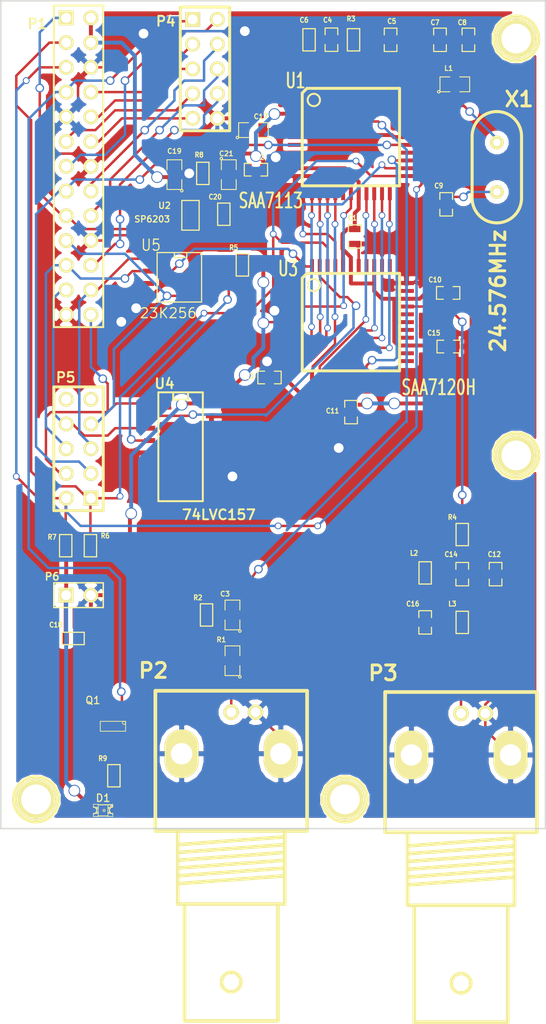
<source format=kicad_pcb>
(kicad_pcb (version 3) (host pcbnew "(2013-04-19 BZR 4011)-stable")
  (title_block (title VBIT-Pi))
  (layers (15 F.Cu signal) (0 B.Cu signal) (18 B.Paste user) (19 F.Paste user) (20 B.SilkS user) (21 F.SilkS user) (22 B.Mask user) (23 F.Mask user) (28 Edge.Cuts user))
  (net 0 "")
  (net 1 +3.3V)
  (net 2 "/3v3 Regulated")
  (net 3 /DVID0)
  (net 4 /DVID1)
  (net 5 /DVID2)
  (net 6 /DVID3)
  (net 7 /DVID4)
  (net 8 /DVID5)
  (net 9 /DVID6)
  (net 10 /DVID7)
  (net 11 /LLC)
  (net 12 /RTC)
  (net 13 "3V3 Power")
  (net 14 "5V Power")
  (net 15 CSN)
  (net 16 FLD)
  (net 17 GND)
  (net 18 GPIO14)
  (net 19 GPIO15)
  (net 20 GPIO17)
  (net 21 GPIO18)
  (net 22 GPIO21)
  (net 23 GPIO23)
  (net 24 GPIO24)
  (net 25 GPIO25)
  (net 26 GPIO4)
  (net 27 MISO)
  (net 28 MOSI)
  (net 29 MUX)
  (net 30 N-000001)
  (net 31 N-0000016)
  (net 32 N-0000019)
  (net 33 N-0000029)
  (net 34 N-0000041)
  (net 35 N-0000053)
  (net 36 N-0000054)
  (net 37 N-0000055)
  (net 38 N-0000061)
  (net 39 N-0000065)
  (net 40 N-0000067)
  (net 41 N-0000069)
  (net 42 N-0000071)
  (net 43 N-0000072)
  (net 44 N-0000074)
  (net 45 N-0000075)
  (net 46 N-0000076)
  (net 47 N-000009)
  (net 48 SCL)
  (net 49 SCLK)
  (net 50 SDA)
  (net 51 TTXRQ)
  (module TQFP44 (layer F.Cu) (at 136 114)
    (fp_text reference U1 (at -5.698 -5.796) (layer F.SilkS) (effects (font (size 1.524 1.016) (thickness 0.2032))))
    (fp_text value SAA7113 (at -8.238 6.523) (layer F.SilkS) (effects (font (size 1.524 1.016) (thickness 0.2032))))
    (pad 39 smd rect (at 0 -5.715) (size 0.4064 1.524) (layers F.Cu F.Paste F.Mask))
    (pad 40 smd rect (at -0.8001 -5.715) (size 0.4064 1.524) (layers F.Cu F.Paste F.Mask) (net 32 N-0000019))
    (pad 41 smd rect (at -1.6002 -5.715) (size 0.4064 1.524) (layers F.Cu F.Paste F.Mask) (net 17 GND))
    (pad 42 smd rect (at -2.4003 -5.715) (size 0.4064 1.524) (layers F.Cu F.Paste F.Mask) (net 1 +3.3V))
    (pad 43 smd rect (at -3.2004 -5.715) (size 0.4064 1.524) (layers F.Cu F.Paste F.Mask))
    (pad 44 smd rect (at -4.0005 -5.715) (size 0.4064 1.524) (layers F.Cu F.Paste F.Mask) (net 40 N-0000067))
    (pad 38 smd rect (at 0.8001 -5.715) (size 0.4064 1.524) (layers F.Cu F.Paste F.Mask))
    (pad 37 smd rect (at 1.6002 -5.715) (size 0.4064 1.524) (layers F.Cu F.Paste F.Mask) (net 17 GND))
    (pad 36 smd rect (at 2.4003 -5.715) (size 0.4064 1.524) (layers F.Cu F.Paste F.Mask))
    (pad 35 smd rect (at 3.2004 -5.715) (size 0.4064 1.524) (layers F.Cu F.Paste F.Mask) (net 17 GND))
    (pad 34 smd rect (at 4.0005 -5.715) (size 0.4064 1.524) (layers F.Cu F.Paste F.Mask) (net 1 +3.3V))
    (pad 17 smd rect (at 0 5.715) (size 0.4064 1.524) (layers F.Cu F.Paste F.Mask) (net 11 /LLC))
    (pad 16 smd rect (at -0.8001 5.715) (size 0.4064 1.524) (layers F.Cu F.Paste F.Mask) (net 17 GND))
    (pad 15 smd rect (at -1.6002 5.715) (size 0.4064 1.524) (layers F.Cu F.Paste F.Mask) (net 7 /DVID4))
    (pad 14 smd rect (at -2.4003 5.715) (size 0.4064 1.524) (layers F.Cu F.Paste F.Mask) (net 8 /DVID5))
    (pad 13 smd rect (at -3.2004 5.715) (size 0.4064 1.524) (layers F.Cu F.Paste F.Mask) (net 9 /DVID6))
    (pad 12 smd rect (at -4.0005 5.715) (size 0.4064 1.524) (layers F.Cu F.Paste F.Mask) (net 10 /DVID7))
    (pad 18 smd rect (at 0.8001 5.715) (size 0.4064 1.524) (layers F.Cu F.Paste F.Mask) (net 1 +3.3V))
    (pad 19 smd rect (at 1.6002 5.715) (size 0.4064 1.524) (layers F.Cu F.Paste F.Mask) (net 6 /DVID3))
    (pad 20 smd rect (at 2.4003 5.715) (size 0.4064 1.524) (layers F.Cu F.Paste F.Mask) (net 5 /DVID2))
    (pad 21 smd rect (at 3.2004 5.715) (size 0.4064 1.524) (layers F.Cu F.Paste F.Mask) (net 4 /DVID1))
    (pad 22 smd rect (at 4.0005 5.715) (size 0.4064 1.524) (layers F.Cu F.Paste F.Mask) (net 3 /DVID0))
    (pad 6 smd rect (at -5.715 0) (size 1.524 0.4064) (layers F.Cu F.Paste F.Mask) (net 17 GND))
    (pad 28 smd rect (at 5.715 0) (size 1.524 0.4064) (layers F.Cu F.Paste F.Mask) (net 17 GND))
    (pad 7 smd rect (at -5.715 0.8001) (size 1.524 0.4064) (layers F.Cu F.Paste F.Mask))
    (pad 27 smd rect (at 5.715 0.8001) (size 1.524 0.4064) (layers F.Cu F.Paste F.Mask) (net 16 FLD))
    (pad 26 smd rect (at 5.715 1.6002) (size 1.524 0.4064) (layers F.Cu F.Paste F.Mask))
    (pad 8 smd rect (at -5.715 1.6002) (size 1.524 0.4064) (layers F.Cu F.Paste F.Mask) (net 17 GND))
    (pad 9 smd rect (at -5.715 2.4003) (size 1.524 0.4064) (layers F.Cu F.Paste F.Mask))
    (pad 25 smd rect (at 5.715 2.4003) (size 1.524 0.4064) (layers F.Cu F.Paste F.Mask) (net 12 /RTC))
    (pad 24 smd rect (at 5.715 3.2004) (size 1.524 0.4064) (layers F.Cu F.Paste F.Mask) (net 48 SCL))
    (pad 10 smd rect (at -5.715 3.2004) (size 1.524 0.4064) (layers F.Cu F.Paste F.Mask) (net 1 +3.3V))
    (pad 11 smd rect (at -5.715 4.0005) (size 1.524 0.4064) (layers F.Cu F.Paste F.Mask) (net 17 GND))
    (pad 23 smd rect (at 5.715 4.0005) (size 1.524 0.4064) (layers F.Cu F.Paste F.Mask) (net 50 SDA))
    (pad 29 smd rect (at 5.715 -0.8001) (size 1.524 0.4064) (layers F.Cu F.Paste F.Mask) (net 1 +3.3V))
    (pad 5 smd rect (at -5.715 -0.8001) (size 1.524 0.4064) (layers F.Cu F.Paste F.Mask) (net 35 N-0000053))
    (pad 4 smd rect (at -5.715 -1.6002) (size 1.524 0.4064) (layers F.Cu F.Paste F.Mask) (net 31 N-0000016))
    (pad 30 smd rect (at 5.715 -1.6002) (size 1.524 0.4064) (layers F.Cu F.Paste F.Mask) (net 17 GND))
    (pad 31 smd rect (at 5.715 -2.4003) (size 1.524 0.4064) (layers F.Cu F.Paste F.Mask) (net 44 N-0000074))
    (pad 3 smd rect (at -5.715 -2.4003) (size 1.524 0.4064) (layers F.Cu F.Paste F.Mask) (net 1 +3.3V))
    (pad 2 smd rect (at -5.715 -3.2004) (size 1.524 0.4064) (layers F.Cu F.Paste F.Mask) (net 17 GND))
    (pad 32 smd rect (at 5.715 -3.2004) (size 1.524 0.4064) (layers F.Cu F.Paste F.Mask) (net 42 N-0000071))
    (pad 33 smd rect (at 5.715 -4.0005) (size 1.524 0.4064) (layers F.Cu F.Paste F.Mask) (net 1 +3.3V))
    (pad 1 smd rect (at -5.715 -4.0005) (size 1.524 0.4064) (layers F.Cu F.Paste F.Mask))
  )
  (module TQFP44 (layer F.Cu) (at 136 133)
    (fp_text reference U3 (at -6.46 -5.492) (layer F.SilkS) (effects (font (size 1.524 1.016) (thickness 0.2032))))
    (fp_text value SAA7120H (at 9.034 6.7) (layer F.SilkS) (effects (font (size 1.524 1.016) (thickness 0.2032))))
    (pad 39 smd rect (at 0 -5.715) (size 0.4064 1.524) (layers F.Cu F.Paste F.Mask) (net 1 +3.3V))
    (pad 40 smd rect (at -0.8001 -5.715) (size 0.4064 1.524) (layers F.Cu F.Paste F.Mask) (net 1 +3.3V))
    (pad 41 smd rect (at -1.6002 -5.715) (size 0.4064 1.524) (layers F.Cu F.Paste F.Mask) (net 48 SCL))
    (pad 42 smd rect (at -2.4003 -5.715) (size 0.4064 1.524) (layers F.Cu F.Paste F.Mask) (net 50 SDA))
    (pad 43 smd rect (at -3.2004 -5.715) (size 0.4064 1.524) (layers F.Cu F.Paste F.Mask) (net 51 TTXRQ))
    (pad 44 smd rect (at -4.0005 -5.715) (size 0.4064 1.524) (layers F.Cu F.Paste F.Mask) (net 27 MISO))
    (pad 38 smd rect (at 0.8001 -5.715) (size 0.4064 1.524) (layers F.Cu F.Paste F.Mask) (net 17 GND))
    (pad 37 smd rect (at 1.6002 -5.715) (size 0.4064 1.524) (layers F.Cu F.Paste F.Mask))
    (pad 36 smd rect (at 2.4003 -5.715) (size 0.4064 1.524) (layers F.Cu F.Paste F.Mask) (net 1 +3.3V))
    (pad 35 smd rect (at 3.2004 -5.715) (size 0.4064 1.524) (layers F.Cu F.Paste F.Mask) (net 17 GND))
    (pad 34 smd rect (at 4.0005 -5.715) (size 0.4064 1.524) (layers F.Cu F.Paste F.Mask))
    (pad 17 smd rect (at 0 5.715) (size 0.4064 1.524) (layers F.Cu F.Paste F.Mask) (net 1 +3.3V))
    (pad 16 smd rect (at -0.8001 5.715) (size 0.4064 1.524) (layers F.Cu F.Paste F.Mask) (net 3 /DVID0))
    (pad 15 smd rect (at -1.6002 5.715) (size 0.4064 1.524) (layers F.Cu F.Paste F.Mask) (net 4 /DVID1))
    (pad 14 smd rect (at -2.4003 5.715) (size 0.4064 1.524) (layers F.Cu F.Paste F.Mask) (net 5 /DVID2))
    (pad 13 smd rect (at -3.2004 5.715) (size 0.4064 1.524) (layers F.Cu F.Paste F.Mask) (net 6 /DVID3))
    (pad 12 smd rect (at -4.0005 5.715) (size 0.4064 1.524) (layers F.Cu F.Paste F.Mask) (net 7 /DVID4))
    (pad 18 smd rect (at 0.8001 5.715) (size 0.4064 1.524) (layers F.Cu F.Paste F.Mask) (net 17 GND))
    (pad 19 smd rect (at 1.6002 5.715) (size 0.4064 1.524) (layers F.Cu F.Paste F.Mask) (net 12 /RTC))
    (pad 20 smd rect (at 2.4003 5.715) (size 0.4064 1.524) (layers F.Cu F.Paste F.Mask))
    (pad 21 smd rect (at 3.2004 5.715) (size 0.4064 1.524) (layers F.Cu F.Paste F.Mask) (net 17 GND))
    (pad 22 smd rect (at 4.0005 5.715) (size 0.4064 1.524) (layers F.Cu F.Paste F.Mask))
    (pad 6 smd rect (at -5.715 0) (size 1.524 0.4064) (layers F.Cu F.Paste F.Mask) (net 1 +3.3V))
    (pad 28 smd rect (at 5.715 0) (size 1.524 0.4064) (layers F.Cu F.Paste F.Mask) (net 1 +3.3V))
    (pad 7 smd rect (at -5.715 0.8001) (size 1.524 0.4064) (layers F.Cu F.Paste F.Mask))
    (pad 27 smd rect (at 5.715 0.8001) (size 1.524 0.4064) (layers F.Cu F.Paste F.Mask))
    (pad 26 smd rect (at 5.715 1.6002) (size 1.524 0.4064) (layers F.Cu F.Paste F.Mask))
    (pad 8 smd rect (at -5.715 1.6002) (size 1.524 0.4064) (layers F.Cu F.Paste F.Mask))
    (pad 9 smd rect (at -5.715 2.4003) (size 1.524 0.4064) (layers F.Cu F.Paste F.Mask) (net 10 /DVID7))
    (pad 25 smd rect (at 5.715 2.4003) (size 1.524 0.4064) (layers F.Cu F.Paste F.Mask) (net 1 +3.3V))
    (pad 24 smd rect (at 5.715 3.2004) (size 1.524 0.4064) (layers F.Cu F.Paste F.Mask))
    (pad 10 smd rect (at -5.715 3.2004) (size 1.524 0.4064) (layers F.Cu F.Paste F.Mask) (net 9 /DVID6))
    (pad 11 smd rect (at -5.715 4.0005) (size 1.524 0.4064) (layers F.Cu F.Paste F.Mask) (net 8 /DVID5))
    (pad 23 smd rect (at 5.715 4.0005) (size 1.524 0.4064) (layers F.Cu F.Paste F.Mask))
    (pad 29 smd rect (at 5.715 -0.8001) (size 1.524 0.4064) (layers F.Cu F.Paste F.Mask))
    (pad 5 smd rect (at -5.715 -0.8001) (size 1.524 0.4064) (layers F.Cu F.Paste F.Mask) (net 17 GND))
    (pad 4 smd rect (at -5.715 -1.6002) (size 1.524 0.4064) (layers F.Cu F.Paste F.Mask) (net 11 /LLC))
    (pad 30 smd rect (at 5.715 -1.6002) (size 1.524 0.4064) (layers F.Cu F.Paste F.Mask) (net 30 N-000001))
    (pad 31 smd rect (at 5.715 -2.4003) (size 1.524 0.4064) (layers F.Cu F.Paste F.Mask) (net 1 +3.3V))
    (pad 3 smd rect (at -5.715 -2.4003) (size 1.524 0.4064) (layers F.Cu F.Paste F.Mask) (net 17 GND))
    (pad 2 smd rect (at -5.715 -3.2004) (size 1.524 0.4064) (layers F.Cu F.Paste F.Mask) (net 17 GND))
    (pad 32 smd rect (at 5.715 -3.2004) (size 1.524 0.4064) (layers F.Cu F.Paste F.Mask) (net 17 GND))
    (pad 33 smd rect (at 5.715 -4.0005) (size 1.524 0.4064) (layers F.Cu F.Paste F.Mask) (net 17 GND))
    (pad 1 smd rect (at -5.715 -4.0005) (size 1.524 0.4064) (layers F.Cu F.Paste F.Mask))
  )
  (module SOT23-5 (layer F.Cu) (at 119.508 122.032 270)
    (fp_text reference U2 (at -1.001 2.668 360) (layer F.SilkS) (effects (font (size 0.635 0.635) (thickness 0.127))))
    (fp_text value SP6203 (at 0.396 3.938 360) (layer F.SilkS) (effects (font (size 0.635 0.635) (thickness 0.127))))
    (pad 1 smd rect (at -0.9525 1.27 270) (size 0.508 0.762) (layers F.Cu F.Paste F.Mask) (net 14 "5V Power"))
    (pad 3 smd rect (at 0.9525 1.27 270) (size 0.508 0.762) (layers F.Cu F.Paste F.Mask) (net 13 "3V3 Power"))
    (pad 5 smd rect (at -0.9525 -1.27 270) (size 0.508 0.762) (layers F.Cu F.Paste F.Mask) (net 2 "/3v3 Regulated"))
    (pad 2 smd rect (at 0 1.27 270) (size 0.508 0.762) (layers F.Cu F.Paste F.Mask) (net 17 GND))
    (pad 4 smd rect (at 0.9525 -1.27 270) (size 0.508 0.762) (layers F.Cu F.Paste F.Mask) (net 33 N-0000029))
  )
  (module SOT23 (layer F.Cu) (at 111.506 174.498 180)
    (fp_text reference Q1 (at 2.032 2.667 180) (layer F.SilkS) (effects (font (size 0.762 0.762) (thickness 0.11938))))
    (fp_text value DTC143E hide)
    (pad 3 smd rect (at 0 -1.09982 180) (size 0.8001 1.00076) (layers F.Cu F.Paste F.Mask) (net 36 N-0000054))
    (pad 2 smd rect (at 0.9525 1.09982 180) (size 0.8001 1.00076) (layers F.Cu F.Paste F.Mask) (net 17 GND))
    (pad 1 smd rect (at -0.9525 1.09982 180) (size 0.8001 1.00076) (layers F.Cu F.Paste F.Mask) (net 26 GPIO4))
  )
  (module SO8N (layer F.Cu) (at 118.364 128.397 270)
    (fp_text reference U5 (at -3.302 2.921 360) (layer F.SilkS) (effects (font (size 1.143 1.016) (thickness 0.127))))
    (fp_text value 23K256 (at 3.683 1.143 360) (layer F.SilkS) (effects (font (size 1.016 1.016) (thickness 0.127))))
    (pad 8 smd rect (at -1.905 -3.175 270) (size 0.508 1.143) (layers F.Cu F.Paste F.Mask) (net 1 +3.3V))
    (pad 7 smd rect (at -0.635 -3.175 270) (size 0.508 1.143) (layers F.Cu F.Paste F.Mask) (net 34 N-0000041))
    (pad 6 smd rect (at 0.635 -3.175 270) (size 0.508 1.143) (layers F.Cu F.Paste F.Mask) (net 47 N-000009))
    (pad 5 smd rect (at 1.905 -3.175 270) (size 0.508 1.143) (layers F.Cu F.Paste F.Mask) (net 28 MOSI))
    (pad 4 smd rect (at 1.905 3.175 270) (size 0.508 1.143) (layers F.Cu F.Paste F.Mask) (net 17 GND))
    (pad 3 smd rect (at 0.635 3.175 270) (size 0.508 1.143) (layers F.Cu F.Paste F.Mask))
    (pad 2 smd rect (at -0.635 3.175 270) (size 0.508 1.143) (layers F.Cu F.Paste F.Mask) (net 27 MISO))
    (pad 1 smd rect (at -1.905 3.175 270) (size 0.508 1.143) (layers F.Cu F.Paste F.Mask) (net 15 CSN))
  )
  (module SM0805 (layer F.Cu) (at 125.984 113.284)
    (fp_text reference C17 (at 0.762 -1.397) (layer F.SilkS) (effects (font (size 0.50038 0.50038) (thickness 0.10922))))
    (fp_text value 47nF hide)
    (pad 1 smd rect (at -0.9525 0) (size 0.889 1.397) (layers F.Cu F.Paste F.Mask) (net 17 GND))
    (pad 2 smd rect (at 0.9525 0) (size 0.889 1.397) (layers F.Cu F.Paste F.Mask) (net 35 N-0000053))
  )
  (module SM0603_Capa (layer F.Cu) (at 134 104 90)
    (fp_text reference C4 (at 2.019 -0.396 180) (layer F.SilkS) (effects (font (size 0.508 0.4572) (thickness 0.1143))))
    (fp_text value 100nF hide)
    (pad 1 smd rect (at -0.762 0 90) (size 0.635 1.143) (layers F.Cu F.Paste F.Mask) (net 1 +3.3V))
    (pad 2 smd rect (at 0.762 0 90) (size 0.635 1.143) (layers F.Cu F.Paste F.Mask) (net 17 GND))
  )
  (module SM0603_Capa (layer F.Cu) (at 126.238 117.348 180)
    (fp_text reference C2 (at -0.381 1.27 180) (layer F.SilkS) (effects (font (size 0.508 0.4572) (thickness 0.1143))))
    (fp_text value 100nF hide)
    (pad 1 smd rect (at -0.762 0 180) (size 0.635 1.143) (layers F.Cu F.Paste F.Mask) (net 1 +3.3V))
    (pad 2 smd rect (at 0.762 0 180) (size 0.635 1.143) (layers F.Cu F.Paste F.Mask) (net 17 GND))
  )
  (module SM0603_Capa (layer F.Cu) (at 136.398 124.206 270)
    (fp_text reference C1 (at -1.905 0.254 360) (layer F.SilkS) (effects (font (size 0.508 0.4572) (thickness 0.1143))))
    (fp_text value 100nF hide)
    (pad 1 smd rect (at -0.762 0 270) (size 0.635 1.143) (layers F.Cu F.Paste F.Mask) (net 1 +3.3V))
    (pad 2 smd rect (at 0.762 0 270) (size 0.635 1.143) (layers F.Cu F.Paste F.Mask) (net 17 GND))
  )
  (module SM0603_Capa (layer F.Cu) (at 146.05 135.509)
    (fp_text reference C15 (at -1.524 -1.397) (layer F.SilkS) (effects (font (size 0.508 0.4572) (thickness 0.1143))))
    (fp_text value 100nF hide)
    (pad 1 smd rect (at -0.762 0) (size 0.635 1.143) (layers F.Cu F.Paste F.Mask) (net 1 +3.3V))
    (pad 2 smd rect (at 0.762 0) (size 0.635 1.143) (layers F.Cu F.Paste F.Mask) (net 17 GND))
  )
  (module SM0603_Capa (layer F.Cu) (at 127.635 138.684 180)
    (fp_text reference C13 (at 2.286 0.127 180) (layer F.SilkS) (effects (font (size 0.508 0.4572) (thickness 0.1143))))
    (fp_text value 100nF hide)
    (pad 1 smd rect (at -0.762 0 180) (size 0.635 1.143) (layers F.Cu F.Paste F.Mask) (net 1 +3.3V))
    (pad 2 smd rect (at 0.762 0 180) (size 0.635 1.143) (layers F.Cu F.Paste F.Mask) (net 17 GND))
  )
  (module SM0603_Capa (layer F.Cu) (at 136.017 142.24 270)
    (fp_text reference C11 (at -0.127 1.905 360) (layer F.SilkS) (effects (font (size 0.508 0.4572) (thickness 0.1143))))
    (fp_text value 100nF hide)
    (pad 1 smd rect (at -0.762 0 270) (size 0.635 1.143) (layers F.Cu F.Paste F.Mask) (net 1 +3.3V))
    (pad 2 smd rect (at 0.762 0 270) (size 0.635 1.143) (layers F.Cu F.Paste F.Mask) (net 17 GND))
  )
  (module SM0603_Capa (layer F.Cu) (at 146 130)
    (fp_text reference C10 (at -1.347 -1.349) (layer F.SilkS) (effects (font (size 0.508 0.4572) (thickness 0.1143))))
    (fp_text value 100nF hide)
    (pad 1 smd rect (at -0.762 0) (size 0.635 1.143) (layers F.Cu F.Paste F.Mask) (net 1 +3.3V))
    (pad 2 smd rect (at 0.762 0) (size 0.635 1.143) (layers F.Cu F.Paste F.Mask) (net 17 GND))
  )
  (module SM0603_Capa (layer F.Cu) (at 140.081 104.013 90)
    (fp_text reference C5 (at 1.905 0.127 180) (layer F.SilkS) (effects (font (size 0.508 0.4572) (thickness 0.1143))))
    (fp_text value 100nF hide)
    (pad 1 smd rect (at -0.762 0 90) (size 0.635 1.143) (layers F.Cu F.Paste F.Mask) (net 1 +3.3V))
    (pad 2 smd rect (at 0.762 0 90) (size 0.635 1.143) (layers F.Cu F.Paste F.Mask) (net 17 GND))
  )
  (module SM0603 (layer F.Cu) (at 106.68 155.956 90)
    (fp_text reference R7 (at 0.889 -1.397 180) (layer F.SilkS) (effects (font (size 0.508 0.4572) (thickness 0.1143))))
    (fp_text value 3k3 hide)
    (pad 1 smd rect (at -0.762 0 90) (size 0.635 1.143) (layers F.Cu F.Paste F.Mask) (net 1 +3.3V))
    (pad 2 smd rect (at 0.762 0 90) (size 0.635 1.143) (layers F.Cu F.Paste F.Mask) (net 48 SCL))
  )
  (module SM0603 (layer F.Cu) (at 109.22 155.956 90)
    (fp_text reference R6 (at 1.016 1.524 180) (layer F.SilkS) (effects (font (size 0.508 0.4572) (thickness 0.1143))))
    (fp_text value 3k3 hide)
    (pad 1 smd rect (at -0.762 0 90) (size 0.635 1.143) (layers F.Cu F.Paste F.Mask) (net 1 +3.3V))
    (pad 2 smd rect (at 0.762 0 90) (size 0.635 1.143) (layers F.Cu F.Paste F.Mask) (net 50 SDA))
  )
  (module SM0603 (layer F.Cu) (at 107.442 165.481)
    (fp_text reference C18 (at -1.778 -1.397) (layer F.SilkS) (effects (font (size 0.508 0.4572) (thickness 0.1143))))
    (fp_text value 100nF hide)
    (pad 1 smd rect (at -0.762 0) (size 0.635 1.143) (layers F.Cu F.Paste F.Mask) (net 1 +3.3V))
    (pad 2 smd rect (at 0.762 0) (size 0.635 1.143) (layers F.Cu F.Paste F.Mask) (net 17 GND))
  )
  (module SM0603 (layer F.Cu) (at 147.447 154.813 270)
    (fp_text reference R4 (at -1.778 1.016 360) (layer F.SilkS) (effects (font (size 0.508 0.4572) (thickness 0.1143))))
    (fp_text value 8R2 hide)
    (pad 1 smd rect (at -0.762 0 270) (size 0.635 1.143) (layers F.Cu F.Paste F.Mask) (net 30 N-000001))
    (pad 2 smd rect (at 0.762 0 270) (size 0.635 1.143) (layers F.Cu F.Paste F.Mask) (net 39 N-0000065))
  )
  (module SM0603 (layer F.Cu) (at 136.271 104.013 90)
    (fp_text reference R3 (at 2.159 -0.254 180) (layer F.SilkS) (effects (font (size 0.508 0.4572) (thickness 0.1143))))
    (fp_text value 1k hide)
    (pad 1 smd rect (at -0.762 0 90) (size 0.635 1.143) (layers F.Cu F.Paste F.Mask) (net 32 N-0000019))
    (pad 2 smd rect (at 0.762 0 90) (size 0.635 1.143) (layers F.Cu F.Paste F.Mask) (net 1 +3.3V))
  )
  (module SM0603 (layer F.Cu) (at 111.633 179.578 270)
    (fp_text reference R9 (at -1.778 1.143 360) (layer F.SilkS) (effects (font (size 0.508 0.4572) (thickness 0.1143))))
    (fp_text value 220R hide)
    (pad 1 smd rect (at -0.762 0 270) (size 0.635 1.143) (layers F.Cu F.Paste F.Mask) (net 36 N-0000054))
    (pad 2 smd rect (at 0.762 0 270) (size 0.635 1.143) (layers F.Cu F.Paste F.Mask) (net 37 N-0000055))
  )
  (module SM0603 (layer F.Cu) (at 122.936 121.92 90)
    (fp_text reference C20 (at 1.778 -0.889 180) (layer F.SilkS) (effects (font (size 0.508 0.4572) (thickness 0.1143))))
    (fp_text value 10nF hide)
    (pad 1 smd rect (at -0.762 0 90) (size 0.635 1.143) (layers F.Cu F.Paste F.Mask) (net 33 N-0000029))
    (pad 2 smd rect (at 0.762 0 90) (size 0.635 1.143) (layers F.Cu F.Paste F.Mask) (net 17 GND))
  )
  (module SM0603 (layer F.Cu) (at 121.158 163.068 90)
    (fp_text reference R2 (at 1.778 -0.889 180) (layer F.SilkS) (effects (font (size 0.508 0.4572) (thickness 0.1143))))
    (fp_text value 56R hide)
    (pad 1 smd rect (at -0.762 0 90) (size 0.635 1.143) (layers F.Cu F.Paste F.Mask) (net 46 N-0000076))
    (pad 2 smd rect (at 0.762 0 90) (size 0.635 1.143) (layers F.Cu F.Paste F.Mask) (net 17 GND))
  )
  (module SM0603 (layer F.Cu) (at 124.841 127.127 270)
    (fp_text reference R5 (at -1.778 0.889 360) (layer F.SilkS) (effects (font (size 0.508 0.4572) (thickness 0.1143))))
    (fp_text value 47k hide)
    (pad 1 smd rect (at -0.762 0 270) (size 0.635 1.143) (layers F.Cu F.Paste F.Mask) (net 1 +3.3V))
    (pad 2 smd rect (at 0.762 0 270) (size 0.635 1.143) (layers F.Cu F.Paste F.Mask) (net 34 N-0000041))
  )
  (module PIN_ARRAY_5x2 (layer F.Cu) (at 121 107 270)
    (fp_text reference P4 (at -4.892 4.033 360) (layer F.SilkS) (effects (font (size 1.016 1.016) (thickness 0.2032))))
    (fp_text value CONN_5X2 hide)
    (pad 1 thru_hole rect (at -5.08 1.27 270) (size 1.524 1.524) (drill 1.016) (layers *.Cu *.Mask F.SilkS) (net 26 GPIO4))
    (pad 2 thru_hole circle (at -5.08 -1.27 270) (size 1.524 1.524) (drill 1.016) (layers *.Cu *.Mask F.SilkS) (net 22 GPIO21))
    (pad 3 thru_hole circle (at -2.54 1.27 270) (size 1.524 1.524) (drill 1.016) (layers *.Cu *.Mask F.SilkS) (net 18 GPIO14))
    (pad 4 thru_hole circle (at -2.54 -1.27 270) (size 1.524 1.524) (drill 1.016) (layers *.Cu *.Mask F.SilkS) (net 23 GPIO23))
    (pad 5 thru_hole circle (at 0 1.27 270) (size 1.524 1.524) (drill 1.016) (layers *.Cu *.Mask F.SilkS) (net 19 GPIO15))
    (pad 6 thru_hole circle (at 0 -1.27 270) (size 1.524 1.524) (drill 1.016) (layers *.Cu *.Mask F.SilkS) (net 24 GPIO24))
    (pad 7 thru_hole circle (at 2.54 1.27 270) (size 1.524 1.524) (drill 1.016) (layers *.Cu *.Mask F.SilkS) (net 20 GPIO17))
    (pad 8 thru_hole circle (at 2.54 -1.27 270) (size 1.524 1.524) (drill 1.016) (layers *.Cu *.Mask F.SilkS) (net 25 GPIO25))
    (pad 9 thru_hole circle (at 5.08 1.27 270) (size 1.524 1.524) (drill 1.016) (layers *.Cu *.Mask F.SilkS) (net 21 GPIO18))
    (pad 10 thru_hole circle (at 5.08 -1.27 270) (size 1.524 1.524) (drill 1.016) (layers *.Cu *.Mask F.SilkS) (net 17 GND))
  )
  (module PIN_ARRAY_5x2 (layer F.Cu) (at 108 146 90)
    (fp_text reference P5 (at 7.316 -1.32 180) (layer F.SilkS) (effects (font (size 1.016 1.016) (thickness 0.2032))))
    (fp_text value CONN_5X2 hide)
    (pad 1 thru_hole rect (at -5.08 1.27 90) (size 1.524 1.524) (drill 1.016) (layers *.Cu *.Mask F.SilkS) (net 50 SDA))
    (pad 2 thru_hole circle (at -5.08 -1.27 90) (size 1.524 1.524) (drill 1.016) (layers *.Cu *.Mask F.SilkS) (net 48 SCL))
    (pad 3 thru_hole circle (at -2.54 1.27 90) (size 1.524 1.524) (drill 1.016) (layers *.Cu *.Mask F.SilkS) (net 16 FLD))
    (pad 4 thru_hole circle (at -2.54 -1.27 90) (size 1.524 1.524) (drill 1.016) (layers *.Cu *.Mask F.SilkS) (net 29 MUX))
    (pad 5 thru_hole circle (at 0 1.27 90) (size 1.524 1.524) (drill 1.016) (layers *.Cu *.Mask F.SilkS) (net 15 CSN))
    (pad 6 thru_hole circle (at 0 -1.27 90) (size 1.524 1.524) (drill 1.016) (layers *.Cu *.Mask F.SilkS) (net 27 MISO))
    (pad 7 thru_hole circle (at 2.54 1.27 90) (size 1.524 1.524) (drill 1.016) (layers *.Cu *.Mask F.SilkS) (net 28 MOSI))
    (pad 8 thru_hole circle (at 2.54 -1.27 90) (size 1.524 1.524) (drill 1.016) (layers *.Cu *.Mask F.SilkS) (net 49 SCLK))
    (pad 9 thru_hole circle (at 5.08 1.27 90) (size 1.524 1.524) (drill 1.016) (layers *.Cu *.Mask F.SilkS))
    (pad 10 thru_hole circle (at 5.08 -1.27 90) (size 1.524 1.524) (drill 1.016) (layers *.Cu *.Mask F.SilkS))
  )
  (module PIN_ARRAY_2X1 (layer F.Cu) (at 108 161.036)
    (fp_text reference P6 (at -2.717 -1.905) (layer F.SilkS) (effects (font (size 0.762 0.762) (thickness 0.1524))))
    (fp_text value CONN_2 hide)
    (pad 1 thru_hole rect (at -1.27 0) (size 1.524 1.524) (drill 1.016) (layers *.Cu *.Mask F.SilkS) (net 1 +3.3V))
    (pad 2 thru_hole circle (at 1.27 0) (size 1.524 1.524) (drill 1.016) (layers *.Cu *.Mask F.SilkS) (net 17 GND))
  )
  (module pin_array_13x2 (layer F.Cu) (at 108 117 270)
    (fp_text reference P1 (at -14.638 4.241 360) (layer F.SilkS) (effects (font (size 1.016 1.016) (thickness 0.2032))))
    (fp_text value CONN_13X2 hide)
    (pad 1 thru_hole rect (at -15.24 1.27 270) (size 1.524 1.524) (drill 1.016) (layers *.Cu *.Mask F.SilkS) (net 13 "3V3 Power"))
    (pad 2 thru_hole circle (at -15.24 -1.27 270) (size 1.524 1.524) (drill 1.016) (layers *.Cu *.Mask F.SilkS) (net 14 "5V Power"))
    (pad 3 thru_hole circle (at -12.7 1.27 270) (size 1.524 1.524) (drill 1.016) (layers *.Cu *.Mask F.SilkS) (net 50 SDA))
    (pad 4 thru_hole circle (at -12.7 -1.27 270) (size 1.524 1.524) (drill 1.016) (layers *.Cu *.Mask F.SilkS) (net 14 "5V Power"))
    (pad 5 thru_hole circle (at -10.16 1.27 270) (size 1.524 1.524) (drill 1.016) (layers *.Cu *.Mask F.SilkS) (net 48 SCL))
    (pad 6 thru_hole circle (at -10.16 -1.27 270) (size 1.524 1.524) (drill 1.016) (layers *.Cu *.Mask F.SilkS) (net 17 GND))
    (pad 7 thru_hole circle (at -7.62 1.27 270) (size 1.524 1.524) (drill 1.016) (layers *.Cu *.Mask F.SilkS) (net 26 GPIO4))
    (pad 8 thru_hole circle (at -7.62 -1.27 270) (size 1.524 1.524) (drill 1.016) (layers *.Cu *.Mask F.SilkS) (net 18 GPIO14))
    (pad 9 thru_hole circle (at -5.08 1.27 270) (size 1.524 1.524) (drill 1.016) (layers *.Cu *.Mask F.SilkS) (net 17 GND))
    (pad 10 thru_hole circle (at -5.08 -1.27 270) (size 1.524 1.524) (drill 1.016) (layers *.Cu *.Mask F.SilkS) (net 19 GPIO15))
    (pad 11 thru_hole circle (at -2.54 1.27 270) (size 1.524 1.524) (drill 1.016) (layers *.Cu *.Mask F.SilkS) (net 20 GPIO17))
    (pad 12 thru_hole circle (at -2.54 -1.27 270) (size 1.524 1.524) (drill 1.016) (layers *.Cu *.Mask F.SilkS) (net 21 GPIO18))
    (pad 13 thru_hole circle (at 0 1.27 270) (size 1.524 1.524) (drill 1.016) (layers *.Cu *.Mask F.SilkS) (net 22 GPIO21))
    (pad 14 thru_hole circle (at 0 -1.27 270) (size 1.524 1.524) (drill 1.016) (layers *.Cu *.Mask F.SilkS) (net 17 GND))
    (pad 15 thru_hole circle (at 2.54 1.27 270) (size 1.524 1.524) (drill 1.016) (layers *.Cu *.Mask F.SilkS) (net 16 FLD))
    (pad 16 thru_hole circle (at 2.54 -1.27 270) (size 1.524 1.524) (drill 1.016) (layers *.Cu *.Mask F.SilkS) (net 23 GPIO23))
    (pad 17 thru_hole circle (at 5.08 1.27 270) (size 1.524 1.524) (drill 1.016) (layers *.Cu *.Mask F.SilkS) (net 13 "3V3 Power"))
    (pad 18 thru_hole circle (at 5.08 -1.27 270) (size 1.524 1.524) (drill 1.016) (layers *.Cu *.Mask F.SilkS) (net 24 GPIO24))
    (pad 19 thru_hole circle (at 7.62 1.27 270) (size 1.524 1.524) (drill 1.016) (layers *.Cu *.Mask F.SilkS) (net 28 MOSI))
    (pad 20 thru_hole circle (at 7.62 -1.27 270) (size 1.524 1.524) (drill 1.016) (layers *.Cu *.Mask F.SilkS) (net 17 GND))
    (pad 21 thru_hole circle (at 10.16 1.27 270) (size 1.524 1.524) (drill 1.016) (layers *.Cu *.Mask F.SilkS) (net 27 MISO))
    (pad 22 thru_hole circle (at 10.16 -1.27 270) (size 1.524 1.524) (drill 1.016) (layers *.Cu *.Mask F.SilkS) (net 25 GPIO25))
    (pad 23 thru_hole circle (at 12.7 1.27 270) (size 1.524 1.524) (drill 1.016) (layers *.Cu *.Mask F.SilkS) (net 49 SCLK))
    (pad 24 thru_hole circle (at 12.7 -1.27 270) (size 1.524 1.524) (drill 1.016) (layers *.Cu *.Mask F.SilkS) (net 15 CSN))
    (pad 25 thru_hole circle (at 15.24 1.27 270) (size 1.524 1.524) (drill 1.016) (layers *.Cu *.Mask F.SilkS) (net 17 GND))
    (pad 26 thru_hole circle (at 15.24 -1.27 270) (size 1.524 1.524) (drill 1.016) (layers *.Cu *.Mask F.SilkS) (net 29 MUX))
  )
  (module LED-0805 (layer F.Cu) (at 110.52302 183.134)
    (fp_text reference D1 (at 0 -1.27) (layer F.SilkS) (effects (font (size 0.762 0.762) (thickness 0.127))))
    (fp_text value LED hide)
    (pad 1 smd rect (at -1.04902 0) (size 1.19888 1.19888) (layers F.Cu F.Paste F.Mask) (net 1 +3.3V))
    (pad 2 smd rect (at 1.04902 0) (size 1.19888 1.19888) (layers F.Cu F.Paste F.Mask) (net 37 N-0000055))
  )
  (module HC-49V (layer F.Cu) (at 151.003 117.094 90)
    (fp_text reference X1 (at 6.985 2.286 180) (layer F.SilkS) (effects (font (size 1.524 1.524) (thickness 0.3048))))
    (fp_text value 24.576MHz (at -12.7 0.127 90) (layer F.SilkS) (effects (font (size 1.524 1.524) (thickness 0.3048))))
    (pad 1 thru_hole circle (at -2.54 0 90) (size 1.4224 1.4224) (drill 0.762) (layers *.Cu *.Mask F.SilkS) (net 44 N-0000074))
    (pad 2 thru_hole circle (at 2.54 0 90) (size 1.4224 1.4224) (drill 0.762) (layers *.Cu *.Mask F.SilkS) (net 42 N-0000071))
  )
  (module BNC_Socket_TYCO-AMP_RevA_Date21Jun2010 (layer F.Cu) (at 147.32 178.181 180)
    (fp_text reference P3 (at 8.001 9.144 180) (layer F.SilkS) (effects (font (size 1.524 1.524) (thickness 0.3048))))
    (fp_text value CONN_2 hide)
    (pad 2 thru_hole oval (at -5.09778 0.7366 180) (size 3.50012 5.00126) (drill 2.19964) (layers *.Cu *.Mask F.SilkS) (net 17 GND))
    (pad 2 thru_hole oval (at 5.10032 0.7366 180) (size 3.50012 5.00126) (drill 2.19964) (layers *.Cu *.Mask F.SilkS) (net 17 GND))
    (pad 1 thru_hole circle (at 0 5.00126 180) (size 1.6002 1.6002) (drill 1.00076) (layers *.Cu *.Mask F.SilkS) (net 38 N-0000061))
    (pad 2 thru_hole circle (at -2.49936 5.00126 180) (size 1.6002 1.6002) (drill 1.00076) (layers *.Cu *.Mask F.SilkS) (net 17 GND))
  )
  (module BNC_Socket_TYCO-AMP_RevA_Date21Jun2010 (layer F.Cu) (at 123.698 178.054 180)
    (fp_text reference P2 (at 8.001 9.271 180) (layer F.SilkS) (effects (font (size 1.524 1.524) (thickness 0.3048))))
    (fp_text value CONN_2 hide)
    (pad 2 thru_hole oval (at -5.09778 0.7366 180) (size 3.50012 5.00126) (drill 2.19964) (layers *.Cu *.Mask F.SilkS) (net 17 GND))
    (pad 2 thru_hole oval (at 5.10032 0.7366 180) (size 3.50012 5.00126) (drill 2.19964) (layers *.Cu *.Mask F.SilkS) (net 17 GND))
    (pad 1 thru_hole circle (at 0 5.00126 180) (size 1.6002 1.6002) (drill 1.00076) (layers *.Cu *.Mask F.SilkS) (net 43 N-0000072))
    (pad 2 thru_hole circle (at -2.49936 5.00126 180) (size 1.6002 1.6002) (drill 1.00076) (layers *.Cu *.Mask F.SilkS) (net 17 GND))
  )
  (module SO16N (layer F.Cu) (at 118.491 145.796 270)
    (fp_text reference U4 (at -6.477 1.651 360) (layer F.SilkS) (effects (font (size 1.016 1.016) (thickness 0.2032))))
    (fp_text value 74LVC157 (at 6.985 -3.937 360) (layer F.SilkS) (effects (font (size 1.016 1.016) (thickness 0.2032))))
    (pad 16 smd rect (at -4.445 -3.175 270) (size 0.508 1.143) (layers F.Cu F.Paste F.Mask) (net 1 +3.3V))
    (pad 14 smd rect (at -1.905 -3.175 270) (size 0.508 1.143) (layers F.Cu F.Paste F.Mask) (net 17 GND))
    (pad 13 smd rect (at -0.635 -3.175 270) (size 0.508 1.143) (layers F.Cu F.Paste F.Mask) (net 17 GND))
    (pad 12 smd rect (at 0.635 -3.175 270) (size 0.508 1.143) (layers F.Cu F.Paste F.Mask))
    (pad 11 smd rect (at 1.905 -3.175 270) (size 0.508 1.143) (layers F.Cu F.Paste F.Mask) (net 17 GND))
    (pad 10 smd rect (at 3.175 -3.175 270) (size 0.508 1.143) (layers F.Cu F.Paste F.Mask) (net 17 GND))
    (pad 9 smd rect (at 4.445 -3.175 270) (size 0.508 1.143) (layers F.Cu F.Paste F.Mask))
    (pad 8 smd rect (at 4.445 3.175 270) (size 0.508 1.143) (layers F.Cu F.Paste F.Mask) (net 17 GND))
    (pad 7 smd rect (at 3.175 3.175 270) (size 0.508 1.143) (layers F.Cu F.Paste F.Mask))
    (pad 6 smd rect (at 1.905 3.175 270) (size 0.508 1.143) (layers F.Cu F.Paste F.Mask) (net 17 GND))
    (pad 5 smd rect (at 0.635 3.175 270) (size 0.508 1.143) (layers F.Cu F.Paste F.Mask) (net 17 GND))
    (pad 4 smd rect (at -0.635 3.175 270) (size 0.508 1.143) (layers F.Cu F.Paste F.Mask) (net 47 N-000009))
    (pad 3 smd rect (at -1.905 3.175 270) (size 0.508 1.143) (layers F.Cu F.Paste F.Mask) (net 49 SCLK))
    (pad 2 smd rect (at -3.175 3.175 270) (size 0.508 1.143) (layers F.Cu F.Paste F.Mask) (net 51 TTXRQ))
    (pad 1 smd rect (at -4.445 3.175 270) (size 0.508 1.143) (layers F.Cu F.Paste F.Mask) (net 29 MUX))
    (pad 15 smd rect (at -3.175 -3.175 270) (size 0.508 1.143) (layers F.Cu F.Paste F.Mask) (net 17 GND))
  )
  (module SM0603 (layer F.Cu) (at 143.637 158.75 270)
    (fp_text reference L2 (at -2.032 1.143 360) (layer F.SilkS) (effects (font (size 0.508 0.4572) (thickness 0.1143))))
    (fp_text value 2u7 hide)
    (pad 1 smd rect (at -0.762 0 270) (size 0.635 1.143) (layers F.Cu F.Paste F.Mask) (net 39 N-0000065))
    (pad 2 smd rect (at 0.762 0 270) (size 0.635 1.143) (layers F.Cu F.Paste F.Mask) (net 41 N-0000069))
  )
  (module SM0603 (layer F.Cu) (at 131.699 104.013 270)
    (fp_text reference C6 (at -2.032 0.508 360) (layer F.SilkS) (effects (font (size 0.508 0.4572) (thickness 0.1143))))
    (fp_text value 47nF hide)
    (pad 1 smd rect (at -0.762 0 270) (size 0.635 1.143) (layers F.Cu F.Paste F.Mask) (net 17 GND))
    (pad 2 smd rect (at 0.762 0 270) (size 0.635 1.143) (layers F.Cu F.Paste F.Mask) (net 40 N-0000067))
  )
  (module SM0805 (layer F.Cu) (at 123.825 163.068 90)
    (fp_text reference C3 (at 2.159 -0.762 180) (layer F.SilkS) (effects (font (size 0.50038 0.50038) (thickness 0.10922))))
    (fp_text value 47nF hide)
    (pad 1 smd rect (at -0.9525 0 90) (size 0.889 1.397) (layers F.Cu F.Paste F.Mask) (net 46 N-0000076))
    (pad 2 smd rect (at 0.9525 0 90) (size 0.889 1.397) (layers F.Cu F.Paste F.Mask) (net 31 N-0000016))
  )
  (module SM0805 (layer F.Cu) (at 123.825 167.767 90)
    (fp_text reference R1 (at 2.159 -1.143 180) (layer F.SilkS) (effects (font (size 0.50038 0.50038) (thickness 0.10922))))
    (fp_text value 18R hide)
    (pad 1 smd rect (at -0.9525 0 90) (size 0.889 1.397) (layers F.Cu F.Paste F.Mask) (net 43 N-0000072))
    (pad 2 smd rect (at 0.9525 0 90) (size 0.889 1.397) (layers F.Cu F.Paste F.Mask) (net 46 N-0000076))
  )
  (module SM0603 (layer F.Cu) (at 120.777 117.729 90)
    (fp_text reference R8 (at 1.905 -0.381 180) (layer F.SilkS) (effects (font (size 0.508 0.4572) (thickness 0.1143))))
    (fp_text value OR hide)
    (pad 1 smd rect (at -0.762 0 90) (size 0.635 1.143) (layers F.Cu F.Paste F.Mask) (net 2 "/3v3 Regulated"))
    (pad 2 smd rect (at 0.762 0 90) (size 0.635 1.143) (layers F.Cu F.Paste F.Mask) (net 1 +3.3V))
  )
  (module SM0603_Capa (layer F.Cu) (at 145.796 120.904 270)
    (fp_text reference C9 (at -1.905 0.762 360) (layer F.SilkS) (effects (font (size 0.508 0.4572) (thickness 0.1143))))
    (fp_text value 10pF hide)
    (pad 1 smd rect (at -0.762 0 270) (size 0.635 1.143) (layers F.Cu F.Paste F.Mask) (net 44 N-0000074))
    (pad 2 smd rect (at 0.762 0 270) (size 0.635 1.143) (layers F.Cu F.Paste F.Mask) (net 17 GND))
  )
  (module SM0603 (layer F.Cu) (at 147.447 163.83 270)
    (fp_text reference L3 (at -1.905 1.016 360) (layer F.SilkS) (effects (font (size 0.508 0.4572) (thickness 0.1143))))
    (fp_text value 2u7 hide)
    (pad 1 smd rect (at -0.762 0 270) (size 0.635 1.143) (layers F.Cu F.Paste F.Mask) (net 41 N-0000069))
    (pad 2 smd rect (at 0.762 0 270) (size 0.635 1.143) (layers F.Cu F.Paste F.Mask) (net 38 N-0000061))
  )
  (module SM0603_Capa (layer F.Cu) (at 150.876 158.877 270)
    (fp_text reference C12 (at -2.032 0.127 360) (layer F.SilkS) (effects (font (size 0.508 0.4572) (thickness 0.1143))))
    (fp_text value 390pF hide)
    (pad 1 smd rect (at -0.762 0 270) (size 0.635 1.143) (layers F.Cu F.Paste F.Mask) (net 39 N-0000065))
    (pad 2 smd rect (at 0.762 0 270) (size 0.635 1.143) (layers F.Cu F.Paste F.Mask) (net 17 GND))
  )
  (module SM0603_Capa (layer F.Cu) (at 147.447 158.877 270)
    (fp_text reference C14 (at -2.032 1.143 360) (layer F.SilkS) (effects (font (size 0.508 0.4572) (thickness 0.1143))))
    (fp_text value 120pF hide)
    (pad 1 smd rect (at -0.762 0 270) (size 0.635 1.143) (layers F.Cu F.Paste F.Mask) (net 39 N-0000065))
    (pad 2 smd rect (at 0.762 0 270) (size 0.635 1.143) (layers F.Cu F.Paste F.Mask) (net 41 N-0000069))
  )
  (module SM0603_Capa (layer F.Cu) (at 143.637 163.83 270)
    (fp_text reference C16 (at -1.905 1.27 360) (layer F.SilkS) (effects (font (size 0.508 0.4572) (thickness 0.1143))))
    (fp_text value 560pF hide)
    (pad 1 smd rect (at -0.762 0 270) (size 0.635 1.143) (layers F.Cu F.Paste F.Mask) (net 41 N-0000069))
    (pad 2 smd rect (at 0.762 0 270) (size 0.635 1.143) (layers F.Cu F.Paste F.Mask) (net 17 GND))
  )
  (module SM0603_Capa (layer F.Cu) (at 148.082 104.013 90)
    (fp_text reference C8 (at 1.778 -0.635 180) (layer F.SilkS) (effects (font (size 0.508 0.4572) (thickness 0.1143))))
    (fp_text value 10pF hide)
    (pad 1 smd rect (at -0.762 0 90) (size 0.635 1.143) (layers F.Cu F.Paste F.Mask) (net 42 N-0000071))
    (pad 2 smd rect (at 0.762 0 90) (size 0.635 1.143) (layers F.Cu F.Paste F.Mask) (net 17 GND))
  )
  (module SM0603_Capa (layer F.Cu) (at 145.161 104.013 90)
    (fp_text reference C7 (at 1.778 -0.508 180) (layer F.SilkS) (effects (font (size 0.508 0.4572) (thickness 0.1143))))
    (fp_text value 1nF hide)
    (pad 1 smd rect (at -0.762 0 90) (size 0.635 1.143) (layers F.Cu F.Paste F.Mask) (net 45 N-0000075))
    (pad 2 smd rect (at 0.762 0 90) (size 0.635 1.143) (layers F.Cu F.Paste F.Mask) (net 17 GND))
  )
  (module SM0805 (layer F.Cu) (at 146.685 108.585)
    (fp_text reference L1 (at -0.635 -1.651) (layer F.SilkS) (effects (font (size 0.50038 0.50038) (thickness 0.10922))))
    (fp_text value 10uH hide)
    (pad 1 smd rect (at -0.9525 0) (size 0.889 1.397) (layers F.Cu F.Paste F.Mask) (net 45 N-0000075))
    (pad 2 smd rect (at 0.9525 0) (size 0.889 1.397) (layers F.Cu F.Paste F.Mask) (net 42 N-0000071))
  )
  (module SM0805 (layer F.Cu) (at 117.856 117.856 90)
    (fp_text reference C19 (at 2.413 0 180) (layer F.SilkS) (effects (font (size 0.50038 0.50038) (thickness 0.10922))))
    (fp_text value 2u2 hide)
    (pad 1 smd rect (at -0.9525 0 90) (size 0.889 1.397) (layers F.Cu F.Paste F.Mask) (net 14 "5V Power"))
    (pad 2 smd rect (at 0.9525 0 90) (size 0.889 1.397) (layers F.Cu F.Paste F.Mask) (net 17 GND))
  )
  (module SM0805 (layer F.Cu) (at 123.444 117.856 270)
    (fp_text reference C21 (at -2.159 0.254 360) (layer F.SilkS) (effects (font (size 0.50038 0.50038) (thickness 0.10922))))
    (fp_text value 2u2 hide)
    (pad 1 smd rect (at -0.9525 0 270) (size 0.889 1.397) (layers F.Cu F.Paste F.Mask) (net 1 +3.3V))
    (pad 2 smd rect (at 0.9525 0 270) (size 0.889 1.397) (layers F.Cu F.Paste F.Mask) (net 17 GND))
  )
  (module 1pin (layer F.Cu) (at 103.632 182)
    (fp_text reference 1PIN hide)
    (fp_text value P*** hide)
    (pad 1 thru_hole circle (at 0 0) (size 4.064 4.064) (drill 3.048) (layers *.Cu *.Mask F.SilkS))
  )
  (module 1pin (layer F.Cu) (at 135.382 182)
    (fp_text reference 1PIN hide)
    (fp_text value P*** hide)
    (pad 1 thru_hole circle (at 0 0) (size 4.064 4.064) (drill 3.048) (layers *.Cu *.Mask F.SilkS))
  )
  (module 1pin (layer F.Cu) (at 153 103.886)
    (fp_text reference 1PIN hide)
    (fp_text value P*** hide)
    (pad 1 thru_hole circle (at 0 0) (size 4.064 4.064) (drill 3.048) (layers *.Cu *.Mask F.SilkS))
  )
  (module 1pin (layer F.Cu) (at 153 146.685)
    (fp_text reference 1PIN hide)
    (fp_text value P*** hide)
    (pad 1 thru_hole circle (at 0 0) (size 4.064 4.064) (drill 3.048) (layers *.Cu *.Mask F.SilkS))
  )
  (gr_line (start 156 100) (end 156 185) (angle 90) (layer Edge.Cuts) (width 0.15))
  (gr_line (start 100 185) (end 156 185) (angle 90) (layer Edge.Cuts) (width 0.15))
  (gr_line (start 100 100) (end 156 100) (angle 90) (layer Edge.Cuts) (width 0.15))
  (gr_line (start 100 100) (end 100 185) (angle 90) (layer Edge.Cuts) (width 0.15))
  (segment (start 152.9385 113.6015) (end 153 113.54) (width 0.254) (layer F.Cu) (net 0))
  (segment (start 121.666 141.351) (end 118.745 141.351) (width 0.4) (layer F.Cu) (net 1))
  (segment (start 112.141 156.718) (end 109.22 156.718) (width 0.4) (layer F.Cu) (net 1))
  (segment (start 113.284 155.575) (end 112.141 156.718) (width 0.4) (layer F.Cu) (net 1))
  (segment (start 113.284 152.781) (end 113.284 155.575) (width 0.4) (layer F.Cu) (net 1))
  (segment (start 113.411 152.654) (end 113.284 152.781) (width 0.4) (layer F.Cu) (net 1))
  (via (at 113.411 152.654) (size 1.2) (layers F.Cu B.Cu) (net 1))
  (segment (start 113.411 146.685) (end 113.411 152.654) (width 0.4) (layer B.Cu) (net 1))
  (segment (start 118.618 141.478) (end 113.411 146.685) (width 0.4) (layer B.Cu) (net 1))
  (via (at 118.618 141.478) (size 1.2) (layers F.Cu B.Cu) (net 1))
  (segment (start 118.745 141.351) (end 118.618 141.478) (width 0.4) (layer F.Cu) (net 1))
  (segment (start 109.474 183.134) (end 109.474 183.007) (width 0.4) (layer F.Cu) (net 1))
  (segment (start 106.73 180.263) (end 106.73 161.036) (width 0.4) (layer B.Cu) (net 1))
  (segment (start 107.569 181.102) (end 106.73 180.263) (width 0.4) (layer B.Cu) (net 1))
  (via (at 107.569 181.102) (size 1.2) (layers F.Cu B.Cu) (net 1))
  (segment (start 109.474 183.007) (end 107.569 181.102) (width 0.4) (layer F.Cu) (net 1))
  (segment (start 135.1999 127.285) (end 135.1999 125.5479) (width 0.4) (layer F.Cu) (net 1))
  (segment (start 106.68 165.481) (end 106.68 161.086) (width 0.4) (layer F.Cu) (net 1))
  (segment (start 106.68 161.086) (end 106.73 161.036) (width 0.4) (layer F.Cu) (net 1))
  (segment (start 136 138.715) (end 136 141.461) (width 0.4) (layer F.Cu) (net 1))
  (segment (start 129.159 138.684) (end 128.397 138.684) (width 0.4) (layer F.Cu) (net 1))
  (segment (start 130.937 140.462) (end 129.159 138.684) (width 0.4) (layer F.Cu) (net 1))
  (segment (start 135.001 140.462) (end 130.937 140.462) (width 0.4) (layer F.Cu) (net 1))
  (segment (start 136 141.461) (end 135.001 140.462) (width 0.4) (layer F.Cu) (net 1))
  (segment (start 136.017 141.478) (end 137.541 141.478) (width 0.4) (layer F.Cu) (net 1))
  (segment (start 145.288 140.589) (end 145.288 135.509) (width 0.4) (layer F.Cu) (net 1))
  (segment (start 144.526 141.351) (end 145.288 140.589) (width 0.4) (layer F.Cu) (net 1))
  (segment (start 140.462 141.351) (end 144.526 141.351) (width 0.4) (layer F.Cu) (net 1))
  (via (at 140.462 141.351) (size 1.2) (layers F.Cu B.Cu) (net 1))
  (segment (start 137.668 141.351) (end 140.462 141.351) (width 0.4) (layer B.Cu) (net 1))
  (via (at 137.668 141.351) (size 1.2) (layers F.Cu B.Cu) (net 1))
  (segment (start 137.541 141.478) (end 137.668 141.351) (width 0.4) (layer F.Cu) (net 1))
  (segment (start 141.715 135.4003) (end 145.1793 135.4003) (width 0.4) (layer F.Cu) (net 1))
  (segment (start 145.1793 135.4003) (end 145.288 135.509) (width 0.4) (layer F.Cu) (net 1))
  (segment (start 141.715 135.4003) (end 140.8613 135.4003) (width 0.4) (layer F.Cu) (net 1))
  (segment (start 140.462 135.001) (end 140.462 132.842) (width 0.4) (layer F.Cu) (net 1))
  (segment (start 140.8613 135.4003) (end 140.462 135.001) (width 0.4) (layer F.Cu) (net 1))
  (segment (start 141.715 133) (end 140.62 133) (width 0.4) (layer F.Cu) (net 1))
  (segment (start 140.462 132.842) (end 140.462 130.5997) (width 0.4) (layer F.Cu) (net 1))
  (segment (start 140.62 133) (end 140.462 132.842) (width 0.4) (layer F.Cu) (net 1))
  (segment (start 136 127.285) (end 136 129.015) (width 0.4) (layer F.Cu) (net 1))
  (segment (start 136.017 129.032) (end 138.4003 129.032) (width 0.4) (layer F.Cu) (net 1))
  (segment (start 136 129.015) (end 136.017 129.032) (width 0.4) (layer F.Cu) (net 1))
  (segment (start 141.715 130.5997) (end 140.462 130.5997) (width 0.4) (layer F.Cu) (net 1))
  (segment (start 140.462 130.5997) (end 139.1763 130.5997) (width 0.4) (layer F.Cu) (net 1))
  (segment (start 139.1763 130.5997) (end 138.4003 129.8237) (width 0.4) (layer F.Cu) (net 1))
  (segment (start 138.4003 129.8237) (end 138.4003 129.032) (width 0.4) (layer F.Cu) (net 1))
  (segment (start 138.4003 129.032) (end 138.4003 127.285) (width 0.4) (layer F.Cu) (net 1))
  (segment (start 133.5997 108.285) (end 133.5997 111.818798) (width 0.4) (layer F.Cu) (net 1))
  (segment (start 130.285 111.5997) (end 131.5387 111.5997) (width 0.4) (layer F.Cu) (net 1))
  (segment (start 131.5387 111.5997) (end 131.757798 111.818798) (width 0.4) (layer F.Cu) (net 1))
  (segment (start 131.757798 111.818798) (end 133.5997 111.818798) (width 0.4) (layer F.Cu) (net 1))
  (segment (start 140.1905 109.9995) (end 141.715 109.9995) (width 0.4) (layer F.Cu) (net 1))
  (segment (start 133.5997 111.818798) (end 138.371202 111.818798) (width 0.4) (layer F.Cu) (net 1))
  (segment (start 138.371202 111.818798) (end 140.1905 109.9995) (width 0.4) (layer F.Cu) (net 1))
  (segment (start 141.715 130.5997) (end 143.0853 130.5997) (width 0.4) (layer F.Cu) (net 1))
  (segment (start 143.685 130) (end 145.238 130) (width 0.4) (layer F.Cu) (net 1))
  (segment (start 143.0853 130.5997) (end 143.685 130) (width 0.4) (layer F.Cu) (net 1))
  (segment (start 136 127.285) (end 136 126.348) (width 0.4) (layer F.Cu) (net 1))
  (segment (start 136 126.348) (end 135.1999 125.5479) (width 0.4) (layer F.Cu) (net 1))
  (segment (start 135.1999 125.5479) (end 135.128 125.476) (width 0.4) (layer F.Cu) (net 1))
  (segment (start 135.128 125.476) (end 135.128 123.952) (width 0.4) (layer F.Cu) (net 1))
  (segment (start 135.128 123.952) (end 135.636 123.444) (width 0.4) (layer F.Cu) (net 1))
  (segment (start 135.636 123.444) (end 136.398 123.444) (width 0.4) (layer F.Cu) (net 1))
  (segment (start 140.0005 108.285) (end 141.715 109.9995) (width 0.4) (layer F.Cu) (net 1))
  (segment (start 121.666 141.351) (end 122.174 141.351) (width 0.4) (layer F.Cu) (net 1))
  (segment (start 127 135.636) (end 127 133.096) (width 0.4) (layer B.Cu) (net 1))
  (segment (start 125.984 136.652) (end 127 135.636) (width 0.4) (layer B.Cu) (net 1))
  (segment (start 125.984 137.541) (end 125.984 136.652) (width 0.4) (layer B.Cu) (net 1))
  (segment (start 125.095 138.43) (end 125.984 137.541) (width 0.4) (layer B.Cu) (net 1))
  (via (at 125.095 138.43) (size 1.2) (layers F.Cu B.Cu) (net 1))
  (segment (start 122.174 141.351) (end 125.095 138.43) (width 0.4) (layer F.Cu) (net 1))
  (segment (start 124.841 126.365) (end 126.238 126.365) (width 0.4) (layer F.Cu) (net 1))
  (segment (start 127 128.905) (end 127 133.096) (width 0.4) (layer B.Cu) (net 1))
  (via (at 127 128.905) (size 1.2) (layers F.Cu B.Cu) (net 1))
  (segment (start 127 127.127) (end 127 128.905) (width 0.4) (layer F.Cu) (net 1))
  (segment (start 126.238 126.365) (end 127 127.127) (width 0.4) (layer F.Cu) (net 1))
  (segment (start 130.285 111.5997) (end 128.1763 111.5997) (width 0.4) (layer F.Cu) (net 1))
  (segment (start 126.238 115.951) (end 126.492 115.951) (width 0.4) (layer F.Cu) (net 1))
  (via (at 126.238 115.951) (size 1.2) (layers F.Cu B.Cu) (net 1))
  (segment (start 126.238 113.538) (end 126.238 115.951) (width 0.4) (layer B.Cu) (net 1))
  (segment (start 128.143 111.633) (end 126.238 113.538) (width 0.4) (layer B.Cu) (net 1))
  (via (at 128.143 111.633) (size 1.2) (layers F.Cu B.Cu) (net 1))
  (segment (start 128.1763 111.5997) (end 128.143 111.633) (width 0.4) (layer F.Cu) (net 1))
  (segment (start 123.444 116.9035) (end 123.5075 116.9035) (width 0.4) (layer F.Cu) (net 1))
  (segment (start 123.5075 116.9035) (end 124.714 115.697) (width 0.4) (layer F.Cu) (net 1))
  (segment (start 124.714 115.697) (end 126.238 115.697) (width 0.4) (layer F.Cu) (net 1))
  (segment (start 126.238 115.697) (end 126.492 115.951) (width 0.4) (layer F.Cu) (net 1))
  (segment (start 127 116.459) (end 127 117.348) (width 0.4) (layer F.Cu) (net 1))
  (segment (start 126.492 115.951) (end 127 116.459) (width 0.4) (layer F.Cu) (net 1))
  (segment (start 120.777 116.7765) (end 123.317 116.7765) (width 0.4) (layer F.Cu) (net 1))
  (segment (start 123.317 116.7765) (end 123.444 116.9035) (width 0.4) (layer F.Cu) (net 1))
  (segment (start 106.68 156.718) (end 109.22 156.718) (width 0.4) (layer F.Cu) (net 1))
  (segment (start 106.73 161.036) (end 106.73 156.768) (width 0.4) (layer F.Cu) (net 1))
  (segment (start 106.73 156.768) (end 106.68 156.718) (width 0.4) (layer F.Cu) (net 1))
  (segment (start 121.539 126.492) (end 124.714 126.492) (width 0.4) (layer F.Cu) (net 1))
  (segment (start 124.714 126.492) (end 124.841 126.365) (width 0.4) (layer F.Cu) (net 1))
  (segment (start 133.5997 108.285) (end 133.5997 105.1623) (width 0.4) (layer F.Cu) (net 1))
  (segment (start 133.5997 105.1623) (end 134 104.762) (width 0.4) (layer F.Cu) (net 1))
  (segment (start 140.081 104.775) (end 138.938 104.775) (width 0.4) (layer F.Cu) (net 1))
  (segment (start 137.414 103.251) (end 136.271 103.251) (width 0.4) (layer F.Cu) (net 1))
  (segment (start 138.938 104.775) (end 137.414 103.251) (width 0.4) (layer F.Cu) (net 1))
  (segment (start 140.0005 108.285) (end 140.0005 104.8555) (width 0.4) (layer F.Cu) (net 1))
  (segment (start 140.0005 104.8555) (end 140.081 104.775) (width 0.4) (layer F.Cu) (net 1))
  (segment (start 136.8001 119.715) (end 136.8001 121.3909) (width 0.4) (layer F.Cu) (net 1))
  (segment (start 136.398 121.793) (end 136.398 123.444) (width 0.4) (layer F.Cu) (net 1))
  (segment (start 136.8001 121.3909) (end 136.398 121.793) (width 0.4) (layer F.Cu) (net 1))
  (segment (start 130.285 117.2004) (end 135.4026 117.2004) (width 0.4) (layer F.Cu) (net 1))
  (segment (start 136.8001 118.5979) (end 136.8001 119.715) (width 0.4) (layer F.Cu) (net 1))
  (segment (start 135.4026 117.2004) (end 136.8001 118.5979) (width 0.4) (layer F.Cu) (net 1))
  (segment (start 130.285 117.2004) (end 129.1796 117.2004) (width 0.4) (layer F.Cu) (net 1))
  (segment (start 129.1796 117.2004) (end 129.032 117.348) (width 0.4) (layer F.Cu) (net 1))
  (segment (start 129.032 117.348) (end 127 117.348) (width 0.4) (layer F.Cu) (net 1))
  (segment (start 130.285 133) (end 127.096 133) (width 0.254) (layer F.Cu) (net 1))
  (segment (start 127.096 133) (end 127 133.096) (width 0.254) (layer F.Cu) (net 1))
  (via (at 127 133.096) (size 1.2) (layers F.Cu B.Cu) (net 1))
  (segment (start 130.285 133) (end 128.682 133) (width 0.254) (layer F.Cu) (net 1))
  (segment (start 128.682 133) (end 128.397 133.285) (width 0.254) (layer F.Cu) (net 1))
  (segment (start 128.397 133.285) (end 128.397 138.684) (width 0.254) (layer F.Cu) (net 1))
  (segment (start 136 126.348) (end 135.128 125.476) (width 0.254) (layer F.Cu) (net 1))
  (segment (start 135.128 123.952) (end 135.636 123.444) (width 0.254) (layer F.Cu) (net 1))
  (segment (start 135.636 123.444) (end 136.398 123.444) (width 0.254) (layer F.Cu) (net 1))
  (segment (start 138.4003 127.285) (end 138.4003 129.8237) (width 0.254) (layer F.Cu) (net 1))
  (segment (start 139.1763 130.5997) (end 140.208 130.5997) (width 0.254) (layer F.Cu) (net 1))
  (segment (start 140.208 130.5997) (end 141.715 130.5997) (width 0.254) (layer F.Cu) (net 1))
  (segment (start 141.715 113.1999) (end 140.2921 113.1999) (width 0.254) (layer F.Cu) (net 1))
  (segment (start 140.4445 109.9995) (end 141.715 109.9995) (width 0.254) (layer F.Cu) (net 1))
  (segment (start 140.208 110.236) (end 140.4445 109.9995) (width 0.254) (layer F.Cu) (net 1))
  (segment (start 140.208 113.1158) (end 140.208 110.236) (width 0.254) (layer F.Cu) (net 1))
  (segment (start 140.2921 113.1999) (end 140.208 113.1158) (width 0.254) (layer F.Cu) (net 1))
  (segment (start 120.778 121.0795) (end 120.778 118.492) (width 0.4) (layer F.Cu) (net 2))
  (segment (start 120.778 118.492) (end 120.777 118.491) (width 0.4) (layer F.Cu) (net 2))
  (segment (start 140.0005 119.715) (end 140.0005 122.8895) (width 0.254) (layer F.Cu) (net 3))
  (segment (start 135.1999 137.7231) (end 135.1999 138.715) (width 0.254) (layer F.Cu) (net 3))
  (segment (start 137.287 135.636) (end 135.1999 137.7231) (width 0.254) (layer F.Cu) (net 3))
  (segment (start 139.954 135.636) (end 137.287 135.636) (width 0.254) (layer F.Cu) (net 3))
  (via (at 139.954 135.636) (size 0.7) (layers F.Cu B.Cu) (net 3))
  (segment (start 139.954 122.936) (end 139.954 135.636) (width 0.254) (layer B.Cu) (net 3))
  (via (at 139.954 122.936) (size 0.7) (layers F.Cu B.Cu) (net 3))
  (segment (start 140.0005 122.8895) (end 139.954 122.936) (width 0.254) (layer F.Cu) (net 3))
  (segment (start 139.2004 119.715) (end 139.2004 122.0386) (width 0.254) (layer F.Cu) (net 4))
  (segment (start 134.3998 137.6342) (end 134.3998 138.715) (width 0.254) (layer F.Cu) (net 4))
  (segment (start 137.414 134.62) (end 134.3998 137.6342) (width 0.254) (layer F.Cu) (net 4))
  (segment (start 139.192 134.62) (end 137.414 134.62) (width 0.254) (layer F.Cu) (net 4))
  (via (at 139.192 134.62) (size 0.7) (layers F.Cu B.Cu) (net 4))
  (segment (start 139.192 122.047) (end 139.192 134.62) (width 0.254) (layer B.Cu) (net 4))
  (via (at 139.192 122.047) (size 0.7) (layers F.Cu B.Cu) (net 4))
  (segment (start 139.2004 122.0386) (end 139.192 122.047) (width 0.254) (layer F.Cu) (net 4))
  (segment (start 138.4003 119.715) (end 138.4003 122.9063) (width 0.254) (layer F.Cu) (net 5))
  (segment (start 133.5997 137.5453) (end 133.5997 138.715) (width 0.254) (layer F.Cu) (net 5))
  (segment (start 137.287 133.858) (end 133.5997 137.5453) (width 0.254) (layer F.Cu) (net 5))
  (segment (start 138.176 133.858) (end 137.287 133.858) (width 0.254) (layer F.Cu) (net 5))
  (segment (start 138.43 133.604) (end 138.176 133.858) (width 0.254) (layer F.Cu) (net 5))
  (via (at 138.43 133.604) (size 0.7) (layers F.Cu B.Cu) (net 5))
  (segment (start 138.43 122.936) (end 138.43 133.604) (width 0.254) (layer B.Cu) (net 5))
  (via (at 138.43 122.936) (size 0.7) (layers F.Cu B.Cu) (net 5))
  (segment (start 138.4003 122.9063) (end 138.43 122.936) (width 0.254) (layer F.Cu) (net 5))
  (segment (start 137.541 132.715) (end 137.541 132.798424) (width 0.254) (layer F.Cu) (net 6))
  (segment (start 137.6002 121.9878) (end 137.541 122.047) (width 0.254) (layer F.Cu) (net 6))
  (via (at 137.541 122.047) (size 0.7) (layers F.Cu B.Cu) (net 6))
  (segment (start 137.541 122.047) (end 137.541 132.461) (width 0.254) (layer B.Cu) (net 6))
  (segment (start 137.541 132.461) (end 137.541 132.715) (width 0.254) (layer B.Cu) (net 6))
  (via (at 137.541 132.715) (size 0.7) (layers F.Cu B.Cu) (net 6))
  (segment (start 137.6002 119.715) (end 137.6002 121.9878) (width 0.254) (layer F.Cu) (net 6))
  (segment (start 132.7996 137.539824) (end 132.7996 138.715) (width 0.254) (layer F.Cu) (net 6))
  (segment (start 137.541 132.798424) (end 132.7996 137.539824) (width 0.254) (layer F.Cu) (net 6))
  (segment (start 134.3998 119.715) (end 134.3998 122.9022) (width 0.254) (layer F.Cu) (net 7))
  (segment (start 132.08 138.6345) (end 131.9995 138.715) (width 0.254) (layer F.Cu) (net 7))
  (segment (start 132.08 137.541) (end 132.08 138.6345) (width 0.254) (layer F.Cu) (net 7))
  (segment (start 134.366 135.255) (end 132.08 137.541) (width 0.254) (layer F.Cu) (net 7))
  (segment (start 134.366 132.461) (end 134.366 135.255) (width 0.254) (layer F.Cu) (net 7))
  (via (at 134.366 132.461) (size 0.7) (layers F.Cu B.Cu) (net 7))
  (segment (start 134.366 122.936) (end 134.366 132.461) (width 0.254) (layer B.Cu) (net 7))
  (via (at 134.366 122.936) (size 0.7) (layers F.Cu B.Cu) (net 7))
  (segment (start 134.3998 122.9022) (end 134.366 122.936) (width 0.254) (layer F.Cu) (net 7))
  (segment (start 133.5997 119.715) (end 133.5997 122.0427) (width 0.254) (layer F.Cu) (net 8))
  (segment (start 131.8585 137.0005) (end 130.285 137.0005) (width 0.254) (layer F.Cu) (net 8))
  (segment (start 133.477 135.382) (end 131.8585 137.0005) (width 0.254) (layer F.Cu) (net 8))
  (segment (start 133.477 133.731) (end 133.477 135.382) (width 0.254) (layer F.Cu) (net 8))
  (segment (start 133.604 133.604) (end 133.477 133.731) (width 0.254) (layer F.Cu) (net 8))
  (via (at 133.604 133.604) (size 0.7) (layers F.Cu B.Cu) (net 8))
  (segment (start 133.604 122.047) (end 133.604 133.604) (width 0.254) (layer B.Cu) (net 8))
  (via (at 133.604 122.047) (size 0.7) (layers F.Cu B.Cu) (net 8))
  (segment (start 133.5997 122.0427) (end 133.604 122.047) (width 0.254) (layer F.Cu) (net 8))
  (segment (start 132.7996 119.715) (end 132.7996 122.8936) (width 0.254) (layer F.Cu) (net 9))
  (segment (start 130.3414 136.144) (end 130.285 136.2004) (width 0.254) (layer F.Cu) (net 9))
  (segment (start 131.826 136.144) (end 130.3414 136.144) (width 0.254) (layer F.Cu) (net 9))
  (segment (start 132.842 135.128) (end 131.826 136.144) (width 0.254) (layer F.Cu) (net 9))
  (segment (start 132.842 132.461) (end 132.842 135.128) (width 0.254) (layer F.Cu) (net 9))
  (via (at 132.842 132.461) (size 0.7) (layers F.Cu B.Cu) (net 9))
  (segment (start 132.842 122.936) (end 132.842 132.461) (width 0.254) (layer B.Cu) (net 9))
  (via (at 132.842 122.936) (size 0.7) (layers F.Cu B.Cu) (net 9))
  (segment (start 132.7996 122.8936) (end 132.842 122.936) (width 0.254) (layer F.Cu) (net 9))
  (segment (start 131.9995 119.715) (end 131.9995 122.0005) (width 0.254) (layer F.Cu) (net 10))
  (segment (start 131.5537 135.4003) (end 130.285 135.4003) (width 0.254) (layer F.Cu) (net 10))
  (segment (start 131.953 135.001) (end 131.5537 135.4003) (width 0.254) (layer F.Cu) (net 10))
  (segment (start 131.953 133.477) (end 131.953 135.001) (width 0.254) (layer F.Cu) (net 10))
  (via (at 131.953 133.477) (size 0.7) (layers F.Cu B.Cu) (net 10))
  (segment (start 131.953 133.35) (end 131.953 133.477) (width 0.254) (layer B.Cu) (net 10))
  (segment (start 131.953 122.047) (end 131.953 133.35) (width 0.254) (layer B.Cu) (net 10))
  (via (at 131.953 122.047) (size 0.7) (layers F.Cu B.Cu) (net 10))
  (segment (start 131.9995 122.0005) (end 131.953 122.047) (width 0.254) (layer F.Cu) (net 10))
  (segment (start 136 119.715) (end 136 121.302) (width 0.254) (layer F.Cu) (net 11))
  (segment (start 135.1732 131.3998) (end 130.285 131.3998) (width 0.254) (layer F.Cu) (net 11))
  (segment (start 135.255 131.318) (end 135.1732 131.3998) (width 0.254) (layer F.Cu) (net 11))
  (via (at 135.255 131.318) (size 0.7) (layers F.Cu B.Cu) (net 11))
  (segment (start 135.255 122.047) (end 135.255 131.318) (width 0.254) (layer B.Cu) (net 11))
  (via (at 135.255 122.047) (size 0.7) (layers F.Cu B.Cu) (net 11))
  (segment (start 136 121.302) (end 135.255 122.047) (width 0.254) (layer F.Cu) (net 11))
  (segment (start 141.715 116.4003) (end 140.2763 116.4003) (width 0.254) (layer F.Cu) (net 12))
  (segment (start 140.462 136.906) (end 138.176 136.906) (width 0.254) (layer B.Cu) (net 12))
  (segment (start 140.716 136.652) (end 140.462 136.906) (width 0.254) (layer B.Cu) (net 12))
  (segment (start 140.716 116.84) (end 140.716 136.652) (width 0.254) (layer B.Cu) (net 12))
  (segment (start 140.208 116.332) (end 140.716 116.84) (width 0.254) (layer B.Cu) (net 12))
  (via (at 140.208 116.332) (size 0.889) (layers F.Cu B.Cu) (net 12))
  (segment (start 140.2763 116.4003) (end 140.208 116.332) (width 0.254) (layer F.Cu) (net 12))
  (segment (start 137.6002 137.4818) (end 137.6002 138.715) (width 0.254) (layer F.Cu) (net 12))
  (via (at 138.176 136.906) (size 0.889) (layers F.Cu B.Cu) (net 12))
  (segment (start 138.176 136.906) (end 137.6002 137.4818) (width 0.254) (layer F.Cu) (net 12))
  (segment (start 106.73 122.08) (end 106.332 122.08) (width 0.254) (layer F.Cu) (net 13))
  (segment (start 105.504 101.76) (end 106.73 101.76) (width 0.254) (layer B.Cu) (net 13))
  (segment (start 104.013 103.251) (end 105.504 101.76) (width 0.254) (layer B.Cu) (net 13))
  (segment (start 104.013 108.966) (end 104.013 103.251) (width 0.254) (layer B.Cu) (net 13))
  (via (at 104.013 108.966) (size 0.889) (layers F.Cu B.Cu) (net 13))
  (segment (start 104.013 119.761) (end 104.013 108.966) (width 0.254) (layer F.Cu) (net 13))
  (segment (start 106.332 122.08) (end 104.013 119.761) (width 0.254) (layer F.Cu) (net 13))
  (segment (start 106.73 122.08) (end 106.84 122.08) (width 0.254) (layer F.Cu) (net 13))
  (segment (start 117.7785 123.444) (end 118.238 122.9845) (width 0.254) (layer F.Cu) (net 13))
  (segment (start 108.204 123.444) (end 117.7785 123.444) (width 0.254) (layer F.Cu) (net 13))
  (segment (start 106.84 122.08) (end 108.204 123.444) (width 0.254) (layer F.Cu) (net 13))
  (segment (start 113.792 106.426) (end 113.792 105.664) (width 0.4) (layer B.Cu) (net 14))
  (segment (start 118.238 119.1905) (end 117.1575 118.11) (width 0.4) (layer F.Cu) (net 14))
  (segment (start 117.1575 118.11) (end 116.078 118.11) (width 0.4) (layer F.Cu) (net 14))
  (via (at 116.078 118.11) (size 1.2) (layers F.Cu B.Cu) (net 14))
  (segment (start 116.078 118.11) (end 113.792 115.824) (width 0.4) (layer B.Cu) (net 14))
  (segment (start 113.792 115.824) (end 113.792 106.426) (width 0.4) (layer B.Cu) (net 14))
  (segment (start 118.238 121.0795) (end 118.238 119.1905) (width 0.4) (layer F.Cu) (net 14))
  (segment (start 112.428 104.3) (end 109.27 104.3) (width 0.4) (layer B.Cu) (net 14))
  (segment (start 113.792 105.664) (end 112.428 104.3) (width 0.4) (layer B.Cu) (net 14))
  (segment (start 109.27 101.76) (end 109.27 104.3) (width 0.4) (layer F.Cu) (net 14))
  (segment (start 109.27 146) (end 109.27 145.592) (width 0.254) (layer B.Cu) (net 15))
  (segment (start 108.077 130.893) (end 109.27 129.7) (width 0.254) (layer B.Cu) (net 15))
  (segment (start 108.077 144.399) (end 108.077 130.893) (width 0.254) (layer B.Cu) (net 15))
  (segment (start 109.27 145.592) (end 108.077 144.399) (width 0.254) (layer B.Cu) (net 15))
  (segment (start 109.27 129.7) (end 109.949 129.7) (width 0.254) (layer F.Cu) (net 15))
  (segment (start 113.157 126.492) (end 115.189 126.492) (width 0.254) (layer F.Cu) (net 15))
  (segment (start 109.949 129.7) (end 113.157 126.492) (width 0.254) (layer F.Cu) (net 15))
  (segment (start 106.73 119.54) (end 106.012 119.54) (width 0.254) (layer B.Cu) (net 16))
  (segment (start 108.05 147.32) (end 109.27 148.54) (width 0.254) (layer B.Cu) (net 16))
  (segment (start 105.156 147.32) (end 108.05 147.32) (width 0.254) (layer B.Cu) (net 16))
  (segment (start 103.632 145.796) (end 105.156 147.32) (width 0.254) (layer B.Cu) (net 16))
  (segment (start 103.632 121.92) (end 103.632 145.796) (width 0.254) (layer B.Cu) (net 16))
  (segment (start 106.012 119.54) (end 103.632 121.92) (width 0.254) (layer B.Cu) (net 16))
  (segment (start 106.73 119.54) (end 106.73 119.33) (width 0.254) (layer B.Cu) (net 16))
  (segment (start 139.7079 114.8001) (end 141.715 114.8001) (width 0.254) (layer F.Cu) (net 16))
  (segment (start 139.7 114.808) (end 139.7079 114.8001) (width 0.254) (layer F.Cu) (net 16))
  (via (at 139.7 114.808) (size 0.889) (layers F.Cu B.Cu) (net 16))
  (segment (start 127.508 114.808) (end 139.7 114.808) (width 0.254) (layer B.Cu) (net 16))
  (via (at 127.508 114.808) (size 0.889) (layers F.Cu B.Cu) (net 16))
  (segment (start 117.856 114.808) (end 127.508 114.808) (width 0.254) (layer F.Cu) (net 16))
  (segment (start 114.3 118.364) (end 117.856 114.808) (width 0.254) (layer F.Cu) (net 16))
  (via (at 114.3 118.364) (size 0.889) (layers F.Cu B.Cu) (net 16))
  (segment (start 107.696 118.364) (end 114.3 118.364) (width 0.254) (layer B.Cu) (net 16))
  (segment (start 106.73 119.33) (end 107.696 118.364) (width 0.254) (layer B.Cu) (net 16))
  (segment (start 115.189 130.302) (end 113.919 131.572) (width 0.4) (layer F.Cu) (net 17))
  (segment (start 108.983 134.493) (end 106.73 132.24) (width 0.4) (layer F.Cu) (net 17))
  (segment (start 110.871 134.493) (end 108.983 134.493) (width 0.4) (layer F.Cu) (net 17))
  (segment (start 112.395 132.969) (end 110.871 134.493) (width 0.4) (layer F.Cu) (net 17))
  (via (at 112.395 132.969) (size 1.2) (layers F.Cu B.Cu) (net 17))
  (segment (start 112.522 132.969) (end 112.395 132.969) (width 0.4) (layer B.Cu) (net 17))
  (segment (start 113.919 131.572) (end 112.522 132.969) (width 0.4) (layer B.Cu) (net 17))
  (via (at 113.919 131.572) (size 1.2) (layers F.Cu B.Cu) (net 17))
  (segment (start 121.666 148.971) (end 123.698 148.971) (width 0.4) (layer F.Cu) (net 17))
  (segment (start 136.017 144.653) (end 136.017 143.002) (width 0.4) (layer F.Cu) (net 17))
  (segment (start 134.747 145.923) (end 136.017 144.653) (width 0.4) (layer F.Cu) (net 17))
  (via (at 134.747 145.923) (size 1.2) (layers F.Cu B.Cu) (net 17))
  (segment (start 126.746 145.923) (end 134.747 145.923) (width 0.4) (layer B.Cu) (net 17))
  (segment (start 123.825 148.844) (end 126.746 145.923) (width 0.4) (layer B.Cu) (net 17))
  (via (at 123.825 148.844) (size 1.2) (layers F.Cu B.Cu) (net 17))
  (segment (start 123.698 148.971) (end 123.825 148.844) (width 0.4) (layer F.Cu) (net 17))
  (segment (start 136.017 143.002) (end 145.669 143.002) (width 0.4) (layer F.Cu) (net 17))
  (segment (start 145.669 143.002) (end 146.812 141.859) (width 0.4) (layer F.Cu) (net 17))
  (segment (start 146.812 141.859) (end 146.812 135.509) (width 0.4) (layer F.Cu) (net 17))
  (segment (start 121.666 143.891) (end 135.128 143.891) (width 0.4) (layer F.Cu) (net 17))
  (segment (start 135.128 143.891) (end 136.017 143.002) (width 0.4) (layer F.Cu) (net 17))
  (segment (start 121.158 162.306) (end 121.158 156.083) (width 0.4) (layer F.Cu) (net 17))
  (segment (start 121.158 156.083) (end 115.316 150.241) (width 0.4) (layer F.Cu) (net 17))
  (segment (start 121.666 145.161) (end 121.666 142.621) (width 0.4) (layer F.Cu) (net 17))
  (segment (start 121.666 147.701) (end 123.317 147.701) (width 0.4) (layer F.Cu) (net 17))
  (segment (start 123.19 145.161) (end 121.666 145.161) (width 0.4) (layer F.Cu) (net 17))
  (segment (start 123.571 145.542) (end 123.19 145.161) (width 0.4) (layer F.Cu) (net 17))
  (segment (start 123.571 147.447) (end 123.571 145.542) (width 0.4) (layer F.Cu) (net 17))
  (segment (start 123.317 147.701) (end 123.571 147.447) (width 0.4) (layer F.Cu) (net 17))
  (segment (start 121.666 147.701) (end 121.666 148.971) (width 0.4) (layer F.Cu) (net 17))
  (segment (start 115.316 146.431) (end 115.316 147.701) (width 0.4) (layer F.Cu) (net 17))
  (segment (start 115.316 147.701) (end 121.666 147.701) (width 0.4) (layer F.Cu) (net 17))
  (segment (start 115.316 150.241) (end 113.792 150.241) (width 0.4) (layer F.Cu) (net 17))
  (segment (start 113.792 150.241) (end 113.665 150.114) (width 0.4) (layer F.Cu) (net 17))
  (segment (start 113.665 150.114) (end 113.665 147.828) (width 0.4) (layer F.Cu) (net 17))
  (segment (start 113.665 147.828) (end 113.792 147.701) (width 0.4) (layer F.Cu) (net 17))
  (segment (start 113.792 147.701) (end 115.316 147.701) (width 0.4) (layer F.Cu) (net 17))
  (segment (start 118.59768 177.3174) (end 118.59768 162.92068) (width 0.4) (layer F.Cu) (net 17))
  (segment (start 119.21236 162.306) (end 121.158 162.306) (width 0.4) (layer F.Cu) (net 17))
  (segment (start 118.59768 162.92068) (end 119.21236 162.306) (width 0.4) (layer F.Cu) (net 17))
  (segment (start 110.5535 173.39818) (end 110.5535 167.8305) (width 0.4) (layer F.Cu) (net 17))
  (segment (start 110.5535 167.8305) (end 108.204 165.481) (width 0.4) (layer F.Cu) (net 17))
  (segment (start 109.27 161.036) (end 119.888 161.036) (width 0.4) (layer F.Cu) (net 17))
  (segment (start 119.888 161.036) (end 121.158 162.306) (width 0.4) (layer F.Cu) (net 17))
  (segment (start 108.204 165.481) (end 108.204 164.084) (width 0.4) (layer F.Cu) (net 17))
  (segment (start 109.27 163.018) (end 109.27 161.036) (width 0.4) (layer F.Cu) (net 17))
  (segment (start 108.204 164.084) (end 109.27 163.018) (width 0.4) (layer F.Cu) (net 17))
  (segment (start 131.826 114) (end 137.46 114) (width 0.4) (layer F.Cu) (net 17))
  (segment (start 140.416 114) (end 141.715 114) (width 0.4) (layer F.Cu) (net 17))
  (segment (start 140.208 113.792) (end 140.416 114) (width 0.4) (layer F.Cu) (net 17))
  (segment (start 137.668 113.792) (end 140.208 113.792) (width 0.4) (layer F.Cu) (net 17))
  (segment (start 137.46 114) (end 137.668 113.792) (width 0.4) (layer F.Cu) (net 17))
  (segment (start 130.285 115.6002) (end 132.0498 115.6002) (width 0.4) (layer F.Cu) (net 17))
  (segment (start 132.034 114) (end 131.826 114) (width 0.4) (layer F.Cu) (net 17))
  (segment (start 131.826 114) (end 130.285 114) (width 0.4) (layer F.Cu) (net 17))
  (segment (start 132.08 114.046) (end 132.034 114) (width 0.4) (layer F.Cu) (net 17))
  (segment (start 132.08 115.57) (end 132.08 114.046) (width 0.4) (layer F.Cu) (net 17))
  (segment (start 132.0498 115.6002) (end 132.08 115.57) (width 0.4) (layer F.Cu) (net 17))
  (segment (start 130.285 118.0005) (end 135.0185 118.0005) (width 0.4) (layer F.Cu) (net 17))
  (segment (start 135.1999 118.1819) (end 135.1999 119.715) (width 0.4) (layer F.Cu) (net 17))
  (segment (start 135.0185 118.0005) (end 135.1999 118.1819) (width 0.4) (layer F.Cu) (net 17))
  (segment (start 123.444 118.8085) (end 124.0155 118.8085) (width 0.4) (layer F.Cu) (net 17))
  (segment (start 124.0155 118.8085) (end 125.476 117.348) (width 0.4) (layer F.Cu) (net 17))
  (segment (start 123.444 118.8085) (end 128.5875 118.8085) (width 0.4) (layer F.Cu) (net 17))
  (segment (start 129.3955 118.0005) (end 130.285 118.0005) (width 0.4) (layer F.Cu) (net 17))
  (segment (start 128.5875 118.8085) (end 129.3955 118.0005) (width 0.4) (layer F.Cu) (net 17))
  (segment (start 122.936 121.158) (end 122.936 119.3165) (width 0.4) (layer F.Cu) (net 17))
  (segment (start 122.936 119.3165) (end 123.444 118.8085) (width 0.4) (layer F.Cu) (net 17))
  (segment (start 119.38 117.729) (end 119.38 117.602) (width 0.4) (layer F.Cu) (net 17))
  (segment (start 118.6815 116.9035) (end 117.856 116.9035) (width 0.4) (layer F.Cu) (net 17))
  (segment (start 119.38 117.602) (end 118.6815 116.9035) (width 0.4) (layer F.Cu) (net 17))
  (segment (start 125.0315 113.284) (end 125.0315 103.1875) (width 0.4) (layer F.Cu) (net 17))
  (segment (start 125.0315 103.1875) (end 125.095 103.124) (width 0.4) (layer F.Cu) (net 17))
  (segment (start 122.27 112.08) (end 123.8275 112.08) (width 0.4) (layer F.Cu) (net 17))
  (segment (start 123.8275 112.08) (end 125.0315 113.284) (width 0.4) (layer F.Cu) (net 17))
  (segment (start 119.38 117.729) (end 119.38 116.078) (width 0.4) (layer B.Cu) (net 17))
  (segment (start 122.27 113.188) (end 122.27 112.08) (width 0.4) (layer B.Cu) (net 17))
  (segment (start 119.38 116.078) (end 122.27 113.188) (width 0.4) (layer B.Cu) (net 17))
  (via (at 119.38 117.729) (size 1.2) (layers F.Cu B.Cu) (net 17))
  (segment (start 130.285 115.6002) (end 128.7478 115.6002) (width 0.4) (layer F.Cu) (net 17))
  (segment (start 128.27 116.078) (end 128.7478 115.6002) (width 0.4) (layer F.Cu) (net 17))
  (via (at 128.27 116.078) (size 1.2) (layers F.Cu B.Cu) (net 17))
  (segment (start 126.492 117.856) (end 128.27 116.078) (width 0.4) (layer B.Cu) (net 17))
  (segment (start 119.507 117.856) (end 126.492 117.856) (width 0.4) (layer B.Cu) (net 17))
  (segment (start 119.507 117.856) (end 119.38 117.729) (width 0.4) (layer B.Cu) (net 17))
  (segment (start 119.634 124.079) (end 119.634 122.652) (width 0.4) (layer F.Cu) (net 17))
  (segment (start 119.634 122.652) (end 119.014 122.032) (width 0.4) (layer F.Cu) (net 17))
  (segment (start 118.238 122.032) (end 119.014 122.032) (width 0.4) (layer F.Cu) (net 17))
  (segment (start 119.38 121.666) (end 119.38 117.729) (width 0.4) (layer F.Cu) (net 17))
  (segment (start 119.014 122.032) (end 119.38 121.666) (width 0.4) (layer F.Cu) (net 17))
  (segment (start 115.189 130.302) (end 115.57 130.302) (width 0.4) (layer F.Cu) (net 17))
  (segment (start 119.634 124.079) (end 119.507 124.079) (width 0.4) (layer F.Cu) (net 17))
  (segment (start 119.634 127.254) (end 119.634 124.079) (width 0.4) (layer F.Cu) (net 17))
  (segment (start 118.11 128.778) (end 119.634 127.254) (width 0.4) (layer F.Cu) (net 17))
  (segment (start 117.094 128.778) (end 118.11 128.778) (width 0.4) (layer F.Cu) (net 17))
  (segment (start 115.57 130.302) (end 117.094 128.778) (width 0.4) (layer F.Cu) (net 17))
  (segment (start 121.666 142.621) (end 122.936 142.621) (width 0.4) (layer F.Cu) (net 17))
  (segment (start 122.936 142.621) (end 126.873 138.684) (width 0.4) (layer F.Cu) (net 17))
  (segment (start 141.715 114) (end 143.337 114) (width 0.254) (layer F.Cu) (net 17))
  (segment (start 143.337 114) (end 143.891 114.554) (width 0.254) (layer F.Cu) (net 17))
  (segment (start 143.891 114.554) (end 143.891 121.666) (width 0.254) (layer F.Cu) (net 17))
  (segment (start 143.891 121.666) (end 145.796 121.666) (width 0.254) (layer F.Cu) (net 17))
  (segment (start 145.796 121.666) (end 146.762 122.632) (width 0.254) (layer F.Cu) (net 17))
  (segment (start 146.762 122.632) (end 146.762 130) (width 0.254) (layer F.Cu) (net 17))
  (segment (start 141.715 112.3998) (end 143.3782 112.3998) (width 0.254) (layer F.Cu) (net 17))
  (segment (start 143.3782 112.3998) (end 143.51 112.5316) (width 0.254) (layer F.Cu) (net 17))
  (segment (start 143.51 112.5316) (end 143.51 113.919) (width 0.254) (layer F.Cu) (net 17))
  (segment (start 143.51 113.919) (end 143.429 114) (width 0.254) (layer F.Cu) (net 17))
  (segment (start 143.429 114) (end 141.715 114) (width 0.254) (layer F.Cu) (net 17))
  (segment (start 139.2004 138.715) (end 139.2004 141.7236) (width 0.254) (layer F.Cu) (net 17))
  (segment (start 137.922 143.002) (end 136.017 143.002) (width 0.254) (layer F.Cu) (net 17))
  (segment (start 139.2004 141.7236) (end 137.922 143.002) (width 0.254) (layer F.Cu) (net 17))
  (segment (start 141.715 128.9995) (end 142.3995 128.9995) (width 0.254) (layer F.Cu) (net 17))
  (segment (start 143.256 128.143) (end 146.762 128.143) (width 0.254) (layer F.Cu) (net 17))
  (segment (start 142.3995 128.9995) (end 143.256 128.143) (width 0.254) (layer F.Cu) (net 17))
  (segment (start 146.812 135.509) (end 146.812 135.382) (width 0.254) (layer F.Cu) (net 17))
  (segment (start 146.812 135.382) (end 148.336 133.858) (width 0.254) (layer F.Cu) (net 17))
  (segment (start 148.336 133.858) (end 148.336 131.574) (width 0.254) (layer F.Cu) (net 17))
  (segment (start 148.336 131.574) (end 146.762 130) (width 0.254) (layer F.Cu) (net 17))
  (segment (start 109.27 106.84) (end 111.092 106.84) (width 0.254) (layer F.Cu) (net 17))
  (segment (start 111.092 106.84) (end 114.554 103.378) (width 0.254) (layer F.Cu) (net 17))
  (segment (start 114.554 103.378) (end 114.681 103.378) (width 0.254) (layer F.Cu) (net 17))
  (via (at 114.681 103.378) (size 1.2) (layers F.Cu B.Cu) (net 17))
  (segment (start 114.681 103.378) (end 114.935 103.124) (width 0.254) (layer B.Cu) (net 17))
  (segment (start 114.935 103.124) (end 125.095 103.124) (width 0.254) (layer B.Cu) (net 17))
  (via (at 125.095 103.124) (size 1.2) (layers F.Cu B.Cu) (net 17))
  (segment (start 125.222 103.251) (end 131.699 103.251) (width 0.254) (layer F.Cu) (net 17))
  (segment (start 125.095 103.124) (end 125.222 103.251) (width 0.254) (layer F.Cu) (net 17))
  (segment (start 119.507 124.079) (end 119.507 124.079) (width 0.254) (layer F.Cu) (net 17))
  (segment (start 142.21968 177.4444) (end 142.21968 166.00932) (width 0.254) (layer F.Cu) (net 17))
  (segment (start 142.21968 166.00932) (end 143.637 164.592) (width 0.254) (layer F.Cu) (net 17))
  (segment (start 128.79578 177.3174) (end 142.09268 177.3174) (width 0.254) (layer F.Cu) (net 17))
  (segment (start 142.09268 177.3174) (end 142.21968 177.4444) (width 0.254) (layer F.Cu) (net 17))
  (segment (start 128.79578 177.3174) (end 128.79578 175.65116) (width 0.254) (layer F.Cu) (net 17))
  (segment (start 128.79578 175.65116) (end 126.19736 173.05274) (width 0.254) (layer F.Cu) (net 17))
  (segment (start 126.873 138.684) (end 126.873 137.541) (width 0.254) (layer F.Cu) (net 17))
  (segment (start 126.873 137.541) (end 127.381 137.033) (width 0.254) (layer F.Cu) (net 17))
  (via (at 127.381 137.033) (size 1.2) (layers F.Cu B.Cu) (net 17))
  (segment (start 127.381 137.033) (end 128.143 136.271) (width 0.254) (layer B.Cu) (net 17))
  (segment (start 128.143 136.271) (end 128.143 131.826) (width 0.254) (layer B.Cu) (net 17))
  (via (at 128.143 131.826) (size 1.2) (layers F.Cu B.Cu) (net 17))
  (segment (start 128.143 131.826) (end 129.3693 130.5997) (width 0.254) (layer F.Cu) (net 17))
  (segment (start 129.3693 130.5997) (end 130.285 130.5997) (width 0.254) (layer F.Cu) (net 17))
  (segment (start 130.285 110.7996) (end 128.7224 110.7996) (width 0.254) (layer F.Cu) (net 17))
  (segment (start 128.7224 110.7996) (end 128.651 110.7282) (width 0.254) (layer F.Cu) (net 17))
  (segment (start 128.651 110.7282) (end 128.651 104.394) (width 0.254) (layer F.Cu) (net 17))
  (segment (start 128.651 104.394) (end 129.794 103.251) (width 0.254) (layer F.Cu) (net 17))
  (segment (start 129.794 103.251) (end 131.699 103.251) (width 0.254) (layer F.Cu) (net 17))
  (segment (start 134 103.238) (end 134.252 103.238) (width 0.254) (layer F.Cu) (net 17))
  (segment (start 139.192 102.362) (end 140.081 103.251) (width 0.254) (layer F.Cu) (net 17))
  (segment (start 135.128 102.362) (end 139.192 102.362) (width 0.254) (layer F.Cu) (net 17))
  (segment (start 134.252 103.238) (end 135.128 102.362) (width 0.254) (layer F.Cu) (net 17))
  (segment (start 134.3998 108.285) (end 134.3998 106.6462) (width 0.254) (layer F.Cu) (net 17))
  (segment (start 134.48 103.238) (end 134 103.238) (width 0.254) (layer F.Cu) (net 17))
  (segment (start 135.001 103.759) (end 134.48 103.238) (width 0.254) (layer F.Cu) (net 17))
  (segment (start 135.001 106.045) (end 135.001 103.759) (width 0.254) (layer F.Cu) (net 17))
  (segment (start 134.3998 106.6462) (end 135.001 106.045) (width 0.254) (layer F.Cu) (net 17))
  (segment (start 146.762 130) (end 146.762 128.143) (width 0.254) (layer F.Cu) (net 17))
  (segment (start 109.27 124.62) (end 110.584 124.62) (width 0.254) (layer F.Cu) (net 17))
  (segment (start 110.584 124.62) (end 111.125 124.079) (width 0.254) (layer F.Cu) (net 17))
  (segment (start 118.618 124.079) (end 119.507 124.079) (width 0.254) (layer F.Cu) (net 17))
  (segment (start 111.125 124.079) (end 118.618 124.079) (width 0.254) (layer F.Cu) (net 17))
  (segment (start 124.206 121.158) (end 122.936 121.158) (width 0.254) (layer F.Cu) (net 17))
  (segment (start 119.507 124.079) (end 124.46 124.079) (width 0.254) (layer F.Cu) (net 17))
  (segment (start 124.46 124.079) (end 124.46 121.412) (width 0.254) (layer F.Cu) (net 17))
  (segment (start 124.46 121.412) (end 124.206 121.158) (width 0.254) (layer F.Cu) (net 17))
  (segment (start 109.27 117) (end 108.872 117) (width 0.254) (layer F.Cu) (net 17))
  (segment (start 105.029 113.621) (end 106.73 111.92) (width 0.254) (layer F.Cu) (net 17))
  (segment (start 105.029 115.189) (end 105.029 113.621) (width 0.254) (layer F.Cu) (net 17))
  (segment (start 105.537 115.697) (end 105.029 115.189) (width 0.254) (layer F.Cu) (net 17))
  (segment (start 107.569 115.697) (end 105.537 115.697) (width 0.254) (layer F.Cu) (net 17))
  (segment (start 108.872 117) (end 107.569 115.697) (width 0.254) (layer F.Cu) (net 17))
  (segment (start 106.73 111.92) (end 106.73 111.71) (width 0.254) (layer F.Cu) (net 17))
  (segment (start 107.95 108.16) (end 109.27 106.84) (width 0.254) (layer F.Cu) (net 17))
  (segment (start 107.95 110.49) (end 107.95 108.16) (width 0.254) (layer F.Cu) (net 17))
  (segment (start 106.73 111.71) (end 107.95 110.49) (width 0.254) (layer F.Cu) (net 17))
  (segment (start 149.81936 173.17974) (end 149.81936 172.25264) (width 0.254) (layer F.Cu) (net 17))
  (segment (start 150.876 171.196) (end 150.876 159.8295) (width 0.254) (layer F.Cu) (net 17))
  (segment (start 149.81936 172.25264) (end 150.876 171.196) (width 0.254) (layer F.Cu) (net 17))
  (segment (start 142.21968 177.4444) (end 152.41778 177.4444) (width 0.254) (layer F.Cu) (net 17))
  (segment (start 149.81936 173.17974) (end 149.81936 174.84598) (width 0.254) (layer F.Cu) (net 17))
  (segment (start 149.81936 174.84598) (end 152.41778 177.4444) (width 0.254) (layer F.Cu) (net 17))
  (segment (start 145.034 103.505) (end 145.923 103.505) (width 0.254) (layer F.Cu) (net 17))
  (segment (start 146.3675 103.0605) (end 148.082 103.0605) (width 0.254) (layer F.Cu) (net 17))
  (segment (start 145.923 103.505) (end 146.3675 103.0605) (width 0.254) (layer F.Cu) (net 17))
  (segment (start 140.081 103.251) (end 144.78 103.251) (width 0.254) (layer F.Cu) (net 17))
  (segment (start 144.78 103.251) (end 145.034 103.505) (width 0.254) (layer F.Cu) (net 17))
  (segment (start 131.699 103.251) (end 133.987 103.251) (width 0.254) (layer F.Cu) (net 17))
  (segment (start 133.987 103.251) (end 134 103.238) (width 0.254) (layer F.Cu) (net 17))
  (segment (start 134.3998 108.285) (end 134.3998 109.5078) (width 0.254) (layer F.Cu) (net 17))
  (segment (start 134.5522 109.6602) (end 137.6002 109.6602) (width 0.254) (layer F.Cu) (net 17))
  (segment (start 134.3998 109.5078) (end 134.5522 109.6602) (width 0.254) (layer F.Cu) (net 17))
  (segment (start 139.2004 108.285) (end 139.2004 109.7196) (width 0.254) (layer F.Cu) (net 17))
  (segment (start 137.6002 109.6602) (end 137.6002 108.285) (width 0.254) (layer F.Cu) (net 17))
  (segment (start 137.668 109.728) (end 137.6002 109.6602) (width 0.254) (layer F.Cu) (net 17))
  (segment (start 139.192 109.728) (end 137.668 109.728) (width 0.254) (layer F.Cu) (net 17))
  (segment (start 139.2004 109.7196) (end 139.192 109.728) (width 0.254) (layer F.Cu) (net 17))
  (segment (start 136.398 124.968) (end 138.684 124.968) (width 0.254) (layer F.Cu) (net 17))
  (segment (start 139.2004 125.4844) (end 139.2004 127.285) (width 0.254) (layer F.Cu) (net 17))
  (segment (start 138.684 124.968) (end 139.2004 125.4844) (width 0.254) (layer F.Cu) (net 17))
  (segment (start 136.8001 127.285) (end 136.8001 125.3701) (width 0.254) (layer F.Cu) (net 17))
  (segment (start 136.8001 125.3701) (end 136.398 124.968) (width 0.254) (layer F.Cu) (net 17))
  (segment (start 130.285 132.1999) (end 129.1519 132.1999) (width 0.254) (layer F.Cu) (net 17))
  (segment (start 129.1519 132.1999) (end 129.032 132.08) (width 0.254) (layer F.Cu) (net 17))
  (segment (start 129.032 132.08) (end 129.032 131.064) (width 0.254) (layer F.Cu) (net 17))
  (segment (start 129.032 131.064) (end 129.4963 130.5997) (width 0.254) (layer F.Cu) (net 17))
  (segment (start 129.4963 130.5997) (end 130.285 130.5997) (width 0.254) (layer F.Cu) (net 17))
  (segment (start 130.285 129.7996) (end 130.285 130.5997) (width 0.254) (layer F.Cu) (net 17))
  (segment (start 141.715 128.9995) (end 140.2405 128.9995) (width 0.254) (layer F.Cu) (net 17))
  (segment (start 140.2405 128.9995) (end 140.208 129.032) (width 0.254) (layer F.Cu) (net 17))
  (segment (start 140.208 129.032) (end 139.7 129.032) (width 0.254) (layer F.Cu) (net 17))
  (segment (start 139.7 129.032) (end 139.2004 128.5324) (width 0.254) (layer F.Cu) (net 17))
  (segment (start 139.2004 128.5324) (end 139.2004 127.285) (width 0.254) (layer F.Cu) (net 17))
  (segment (start 141.715 129.7996) (end 141.715 128.9995) (width 0.254) (layer F.Cu) (net 17))
  (segment (start 136.8001 138.715) (end 136.8001 139.8481) (width 0.254) (layer F.Cu) (net 17))
  (segment (start 139.2004 139.6916) (end 139.2004 138.715) (width 0.254) (layer F.Cu) (net 17))
  (segment (start 138.684 140.208) (end 139.2004 139.6916) (width 0.254) (layer F.Cu) (net 17))
  (segment (start 137.16 140.208) (end 138.684 140.208) (width 0.254) (layer F.Cu) (net 17))
  (segment (start 136.8001 139.8481) (end 137.16 140.208) (width 0.254) (layer F.Cu) (net 17))
  (segment (start 118.59768 177.3174) (end 128.79578 177.3174) (width 0.254) (layer F.Cu) (net 17))
  (segment (start 128.79578 177.3174) (end 128.77038 177.292) (width 0.254) (layer F.Cu) (net 17))
  (segment (start 128.77038 177.292) (end 128.79578 177.3174) (width 0.254) (layer F.Cu) (net 17))
  (segment (start 109.27 109.38) (end 114.81 109.38) (width 0.254) (layer F.Cu) (net 18))
  (segment (start 114.81 109.38) (end 119.73 104.46) (width 0.254) (layer F.Cu) (net 18))
  (segment (start 109.27 111.92) (end 110.076 111.92) (width 0.254) (layer F.Cu) (net 19))
  (segment (start 118.552 107) (end 119.73 107) (width 0.254) (layer F.Cu) (net 19))
  (segment (start 115.316 110.236) (end 118.552 107) (width 0.254) (layer F.Cu) (net 19))
  (segment (start 111.76 110.236) (end 115.316 110.236) (width 0.254) (layer F.Cu) (net 19))
  (segment (start 110.076 111.92) (end 111.76 110.236) (width 0.254) (layer F.Cu) (net 19))
  (segment (start 106.73 114.46) (end 106.73 114.25) (width 0.254) (layer F.Cu) (net 20))
  (segment (start 118.018 111.252) (end 119.73 109.54) (width 0.254) (layer F.Cu) (net 20))
  (segment (start 111.76 111.252) (end 118.018 111.252) (width 0.254) (layer F.Cu) (net 20))
  (segment (start 109.728 113.284) (end 111.76 111.252) (width 0.254) (layer F.Cu) (net 20))
  (segment (start 107.696 113.284) (end 109.728 113.284) (width 0.254) (layer F.Cu) (net 20))
  (segment (start 106.73 114.25) (end 107.696 113.284) (width 0.254) (layer F.Cu) (net 20))
  (segment (start 109.27 114.46) (end 110.076 114.46) (width 0.254) (layer F.Cu) (net 21))
  (segment (start 112.456 112.08) (end 119.73 112.08) (width 0.254) (layer F.Cu) (net 21))
  (segment (start 110.076 114.46) (end 112.456 112.08) (width 0.254) (layer F.Cu) (net 21))
  (segment (start 106.73 117) (end 107.028 117) (width 0.254) (layer B.Cu) (net 22))
  (segment (start 121.066 103.124) (end 122.27 101.92) (width 0.254) (layer F.Cu) (net 22))
  (segment (start 117.856 103.124) (end 121.066 103.124) (width 0.254) (layer F.Cu) (net 22))
  (segment (start 112.776 108.204) (end 117.856 103.124) (width 0.254) (layer F.Cu) (net 22))
  (via (at 112.776 108.204) (size 0.889) (layers F.Cu B.Cu) (net 22))
  (segment (start 112.776 113.792) (end 112.776 108.204) (width 0.254) (layer B.Cu) (net 22))
  (segment (start 110.744 115.824) (end 112.776 113.792) (width 0.254) (layer B.Cu) (net 22))
  (segment (start 108.204 115.824) (end 110.744 115.824) (width 0.254) (layer B.Cu) (net 22))
  (segment (start 107.028 117) (end 108.204 115.824) (width 0.254) (layer B.Cu) (net 22))
  (segment (start 109.27 119.54) (end 109.27 118.822) (width 0.254) (layer F.Cu) (net 23))
  (segment (start 122.27 104.806) (end 122.27 104.46) (width 0.254) (layer B.Cu) (net 23))
  (segment (start 120.904 106.172) (end 122.27 104.806) (width 0.254) (layer B.Cu) (net 23))
  (segment (start 120.904 107.696) (end 120.904 106.172) (width 0.254) (layer B.Cu) (net 23))
  (segment (start 120.904 108.204) (end 120.904 107.696) (width 0.254) (layer B.Cu) (net 23))
  (segment (start 118.872 108.204) (end 120.904 108.204) (width 0.254) (layer B.Cu) (net 23))
  (segment (start 117.856 109.22) (end 118.872 108.204) (width 0.254) (layer B.Cu) (net 23))
  (segment (start 117.856 110.236) (end 117.856 109.22) (width 0.254) (layer B.Cu) (net 23))
  (segment (start 114.808 113.284) (end 117.856 110.236) (width 0.254) (layer B.Cu) (net 23))
  (via (at 114.808 113.284) (size 0.889) (layers F.Cu B.Cu) (net 23))
  (segment (start 109.27 118.822) (end 114.808 113.284) (width 0.254) (layer F.Cu) (net 23))
  (segment (start 109.27 122.08) (end 109.27 121.87) (width 0.254) (layer F.Cu) (net 24))
  (segment (start 122.27 107.854) (end 122.27 107) (width 0.254) (layer B.Cu) (net 24))
  (segment (start 120.904 109.22) (end 122.27 107.854) (width 0.254) (layer B.Cu) (net 24))
  (segment (start 120.904 110.744) (end 120.904 109.22) (width 0.254) (layer B.Cu) (net 24))
  (segment (start 118.872 110.744) (end 120.904 110.744) (width 0.254) (layer B.Cu) (net 24))
  (segment (start 116.332 113.284) (end 118.872 110.744) (width 0.254) (layer B.Cu) (net 24))
  (via (at 116.332 113.284) (size 0.889) (layers F.Cu B.Cu) (net 24))
  (segment (start 111.252 118.364) (end 116.332 113.284) (width 0.254) (layer F.Cu) (net 24))
  (segment (start 111.252 119.888) (end 111.252 118.364) (width 0.254) (layer F.Cu) (net 24))
  (segment (start 109.27 121.87) (end 111.252 119.888) (width 0.254) (layer F.Cu) (net 24))
  (segment (start 109.27 127.16) (end 109.568 127.16) (width 0.254) (layer F.Cu) (net 25))
  (segment (start 122.27 110.394) (end 122.27 109.54) (width 0.254) (layer B.Cu) (net 25))
  (segment (start 120.904 111.76) (end 122.27 110.394) (width 0.254) (layer B.Cu) (net 25))
  (segment (start 120.904 112.776) (end 120.904 111.76) (width 0.254) (layer B.Cu) (net 25))
  (segment (start 120.396 113.284) (end 120.904 112.776) (width 0.254) (layer B.Cu) (net 25))
  (segment (start 117.856 113.284) (end 120.396 113.284) (width 0.254) (layer B.Cu) (net 25))
  (via (at 117.856 113.284) (size 0.889) (layers F.Cu B.Cu) (net 25))
  (segment (start 112.268 118.872) (end 117.856 113.284) (width 0.254) (layer F.Cu) (net 25))
  (segment (start 112.268 122.428) (end 112.268 118.872) (width 0.254) (layer F.Cu) (net 25))
  (via (at 112.268 122.428) (size 0.889) (layers F.Cu B.Cu) (net 25))
  (segment (start 112.268 124.968) (end 112.268 122.428) (width 0.254) (layer B.Cu) (net 25))
  (via (at 112.268 124.968) (size 0.889) (layers F.Cu B.Cu) (net 25))
  (segment (start 111.76 124.968) (end 112.268 124.968) (width 0.254) (layer F.Cu) (net 25))
  (segment (start 109.568 127.16) (end 111.76 124.968) (width 0.254) (layer F.Cu) (net 25))
  (segment (start 112.4585 173.39818) (end 112.4585 171.0055) (width 0.254) (layer F.Cu) (net 26))
  (segment (start 105.631 109.38) (end 106.73 109.38) (width 0.254) (layer B.Cu) (net 26))
  (segment (start 102.87 112.141) (end 105.631 109.38) (width 0.254) (layer B.Cu) (net 26))
  (segment (start 102.87 156.21) (end 102.87 112.141) (width 0.254) (layer B.Cu) (net 26))
  (segment (start 104.902 158.242) (end 102.87 156.21) (width 0.254) (layer B.Cu) (net 26))
  (segment (start 111.125 158.242) (end 104.902 158.242) (width 0.254) (layer B.Cu) (net 26))
  (segment (start 112.268 159.385) (end 111.125 158.242) (width 0.254) (layer B.Cu) (net 26))
  (segment (start 112.268 170.815) (end 112.268 159.385) (width 0.254) (layer B.Cu) (net 26))
  (segment (start 112.395 170.942) (end 112.268 170.815) (width 0.254) (layer B.Cu) (net 26))
  (via (at 112.395 170.942) (size 0.889) (layers F.Cu B.Cu) (net 26))
  (segment (start 112.4585 171.0055) (end 112.395 170.942) (width 0.254) (layer F.Cu) (net 26))
  (segment (start 106.73 109.38) (end 106.73 109.17) (width 0.254) (layer B.Cu) (net 26))
  (segment (start 119.542 102.108) (end 119.73 101.92) (width 0.254) (layer F.Cu) (net 26))
  (segment (start 117.348 102.108) (end 119.542 102.108) (width 0.254) (layer F.Cu) (net 26))
  (segment (start 111.252 108.204) (end 117.348 102.108) (width 0.254) (layer F.Cu) (net 26))
  (via (at 111.252 108.204) (size 0.889) (layers F.Cu B.Cu) (net 26))
  (segment (start 107.696 108.204) (end 111.252 108.204) (width 0.254) (layer B.Cu) (net 26))
  (segment (start 106.73 109.17) (end 107.696 108.204) (width 0.254) (layer B.Cu) (net 26))
  (segment (start 106.73 146) (end 106.73 145.846) (width 0.254) (layer B.Cu) (net 27))
  (segment (start 105.504 127.16) (end 106.73 127.16) (width 0.254) (layer B.Cu) (net 27))
  (segment (start 104.648 128.016) (end 105.504 127.16) (width 0.254) (layer B.Cu) (net 27))
  (segment (start 104.648 143.764) (end 104.648 128.016) (width 0.254) (layer B.Cu) (net 27))
  (segment (start 106.73 145.846) (end 104.648 143.764) (width 0.254) (layer B.Cu) (net 27))
  (segment (start 115.189 127.762) (end 117.602 127.762) (width 0.254) (layer F.Cu) (net 27))
  (segment (start 131.349 127.285) (end 131.9995 127.285) (width 0.254) (layer F.Cu) (net 27))
  (segment (start 130.048 125.984) (end 131.349 127.285) (width 0.254) (layer F.Cu) (net 27))
  (via (at 130.048 125.984) (size 0.889) (layers F.Cu B.Cu) (net 27))
  (segment (start 129.54 125.476) (end 130.048 125.984) (width 0.254) (layer B.Cu) (net 27))
  (segment (start 119.888 125.476) (end 129.54 125.476) (width 0.254) (layer B.Cu) (net 27))
  (segment (start 118.364 127) (end 119.888 125.476) (width 0.254) (layer B.Cu) (net 27))
  (via (at 118.364 127) (size 0.889) (layers F.Cu B.Cu) (net 27))
  (segment (start 117.602 127.762) (end 118.364 127) (width 0.254) (layer F.Cu) (net 27))
  (segment (start 106.73 127.16) (end 106.84 127.16) (width 0.254) (layer B.Cu) (net 27))
  (segment (start 108.204 128.524) (end 112.776 128.524) (width 0.254) (layer B.Cu) (net 27))
  (segment (start 106.84 127.16) (end 108.204 128.524) (width 0.254) (layer B.Cu) (net 27))
  (segment (start 113.538 127.762) (end 115.189 127.762) (width 0.254) (layer F.Cu) (net 27))
  (segment (start 112.776 128.524) (end 113.538 127.762) (width 0.254) (layer F.Cu) (net 27))
  (via (at 112.776 128.524) (size 0.889) (layers F.Cu B.Cu) (net 27))
  (segment (start 109.27 143.46) (end 109.778 143.46) (width 0.254) (layer B.Cu) (net 28))
  (segment (start 111.633 135.763) (end 117.094 130.302) (width 0.254) (layer B.Cu) (net 28))
  (segment (start 111.633 141.605) (end 111.633 135.763) (width 0.254) (layer B.Cu) (net 28))
  (segment (start 109.778 143.46) (end 111.633 141.605) (width 0.254) (layer B.Cu) (net 28))
  (segment (start 106.73 124.62) (end 106.84 124.62) (width 0.254) (layer B.Cu) (net 28))
  (segment (start 117.094 130.302) (end 121.539 130.302) (width 0.254) (layer F.Cu) (net 28))
  (via (at 117.094 130.302) (size 0.889) (layers F.Cu B.Cu) (net 28))
  (segment (start 112.776 125.984) (end 117.094 130.302) (width 0.254) (layer B.Cu) (net 28))
  (segment (start 108.204 125.984) (end 112.776 125.984) (width 0.254) (layer B.Cu) (net 28))
  (segment (start 106.84 124.62) (end 108.204 125.984) (width 0.254) (layer B.Cu) (net 28))
  (segment (start 110.998 142.24) (end 110.998 139.319) (width 0.254) (layer F.Cu) (net 29))
  (segment (start 109.27 137.591) (end 109.27 132.24) (width 0.254) (layer B.Cu) (net 29))
  (segment (start 110.49 138.811) (end 109.27 137.591) (width 0.254) (layer B.Cu) (net 29))
  (via (at 110.49 138.811) (size 0.889) (layers F.Cu B.Cu) (net 29))
  (segment (start 110.998 139.319) (end 110.49 138.811) (width 0.254) (layer F.Cu) (net 29))
  (segment (start 106.73 148.54) (end 106.122 148.54) (width 0.254) (layer F.Cu) (net 29))
  (segment (start 111.887 141.351) (end 115.316 141.351) (width 0.254) (layer F.Cu) (net 29))
  (segment (start 110.998 142.24) (end 111.887 141.351) (width 0.254) (layer F.Cu) (net 29))
  (segment (start 105.156 142.24) (end 110.998 142.24) (width 0.254) (layer F.Cu) (net 29))
  (segment (start 104.648 142.748) (end 105.156 142.24) (width 0.254) (layer F.Cu) (net 29))
  (segment (start 104.648 147.066) (end 104.648 143.256) (width 0.254) (layer F.Cu) (net 29))
  (segment (start 104.648 143.256) (end 104.648 142.748) (width 0.254) (layer F.Cu) (net 29))
  (segment (start 106.122 148.54) (end 104.648 147.066) (width 0.254) (layer F.Cu) (net 29))
  (segment (start 147.447 154.051) (end 147.447 150.749) (width 0.254) (layer F.Cu) (net 30))
  (segment (start 145.8778 131.3998) (end 141.715 131.3998) (width 0.254) (layer F.Cu) (net 30))
  (segment (start 147.447 132.969) (end 145.8778 131.3998) (width 0.254) (layer F.Cu) (net 30))
  (via (at 147.447 132.969) (size 0.889) (layers F.Cu B.Cu) (net 30))
  (segment (start 147.447 150.749) (end 147.447 132.969) (width 0.254) (layer B.Cu) (net 30))
  (via (at 147.447 150.749) (size 0.889) (layers F.Cu B.Cu) (net 30))
  (segment (start 141.732 120.904) (end 141.732 115.316) (width 0.254) (layer B.Cu) (net 31))
  (segment (start 130.285 112.3998) (end 138.8158 112.3998) (width 0.254) (layer F.Cu) (net 31))
  (segment (start 126.238 158.623) (end 123.825 162.306) (width 0.254) (layer F.Cu) (net 31))
  (segment (start 126.492 158.369) (end 126.238 158.623) (width 0.254) (layer F.Cu) (net 31))
  (via (at 126.492 158.369) (size 0.889) (layers F.Cu B.Cu) (net 31))
  (segment (start 141.732 143.129) (end 126.492 158.369) (width 0.254) (layer B.Cu) (net 31))
  (segment (start 141.732 120.904) (end 141.732 143.256) (width 0.254) (layer B.Cu) (net 31))
  (segment (start 139.192 112.776) (end 141.732 115.316) (width 0.254) (layer B.Cu) (net 31))
  (via (at 139.192 112.776) (size 0.889) (layers F.Cu B.Cu) (net 31))
  (segment (start 138.8158 112.3998) (end 139.192 112.776) (width 0.254) (layer F.Cu) (net 31))
  (segment (start 135.1999 108.285) (end 135.1999 106.7351) (width 0.254) (layer F.Cu) (net 32))
  (segment (start 136.271 105.664) (end 136.271 104.775) (width 0.254) (layer F.Cu) (net 32))
  (segment (start 135.1999 106.7351) (end 136.271 105.664) (width 0.254) (layer F.Cu) (net 32))
  (segment (start 120.778 122.9845) (end 122.6335 122.9845) (width 0.254) (layer F.Cu) (net 33))
  (segment (start 122.6335 122.9845) (end 122.936 122.682) (width 0.254) (layer F.Cu) (net 33))
  (segment (start 121.539 127.762) (end 124.714 127.762) (width 0.254) (layer F.Cu) (net 34))
  (segment (start 124.714 127.762) (end 124.841 127.889) (width 0.254) (layer F.Cu) (net 34))
  (segment (start 130.285 113.1999) (end 127.0206 113.1999) (width 0.254) (layer F.Cu) (net 35))
  (segment (start 127.0206 113.1999) (end 126.9365 113.284) (width 0.254) (layer F.Cu) (net 35))
  (segment (start 111.633 178.816) (end 111.633 175.72482) (width 0.254) (layer F.Cu) (net 36))
  (segment (start 111.633 175.72482) (end 111.506 175.59782) (width 0.254) (layer F.Cu) (net 36))
  (segment (start 111.57204 183.134) (end 111.57204 180.40096) (width 0.254) (layer F.Cu) (net 37))
  (segment (start 111.57204 180.40096) (end 111.633 180.34) (width 0.254) (layer F.Cu) (net 37))
  (segment (start 147.32 173.17974) (end 147.32 164.719) (width 0.254) (layer F.Cu) (net 38))
  (segment (start 147.32 164.719) (end 147.447 164.592) (width 0.254) (layer F.Cu) (net 38))
  (segment (start 143.637 157.988) (end 147.3835 157.988) (width 0.254) (layer F.Cu) (net 39))
  (segment (start 147.3835 157.988) (end 147.447 157.9245) (width 0.254) (layer F.Cu) (net 39))
  (segment (start 147.447 157.9245) (end 147.447 155.575) (width 0.254) (layer F.Cu) (net 39))
  (segment (start 147.447 157.9245) (end 150.876 157.9245) (width 0.254) (layer F.Cu) (net 39))
  (segment (start 131.9995 108.285) (end 131.9995 105.0755) (width 0.254) (layer F.Cu) (net 40))
  (segment (start 131.9995 105.0755) (end 131.699 104.775) (width 0.254) (layer F.Cu) (net 40))
  (segment (start 143.637 163.068) (end 143.637 159.512) (width 0.254) (layer F.Cu) (net 41))
  (segment (start 147.447 163.068) (end 143.637 163.068) (width 0.254) (layer F.Cu) (net 41))
  (segment (start 147.447 163.068) (end 147.447 159.639) (width 0.254) (layer F.Cu) (net 41))
  (segment (start 148.082 104.775) (end 148.082 108.1405) (width 0.254) (layer F.Cu) (net 42))
  (segment (start 147.447 110.617) (end 147.6296 110.7996) (width 0.254) (layer F.Cu) (net 42))
  (segment (start 147.447 108.7755) (end 147.447 110.617) (width 0.254) (layer F.Cu) (net 42))
  (segment (start 148.082 108.1405) (end 147.447 108.7755) (width 0.254) (layer F.Cu) (net 42))
  (segment (start 147.193 110.7996) (end 147.6296 110.7996) (width 0.254) (layer F.Cu) (net 42))
  (segment (start 151.003 114.173) (end 151.003 114.554) (width 0.254) (layer B.Cu) (net 42))
  (segment (start 148.209 111.379) (end 151.003 114.173) (width 0.254) (layer B.Cu) (net 42))
  (via (at 148.209 111.379) (size 0.889) (layers F.Cu B.Cu) (net 42))
  (segment (start 147.6296 110.7996) (end 148.209 111.379) (width 0.254) (layer F.Cu) (net 42))
  (segment (start 141.715 110.7996) (end 147.193 110.7996) (width 0.254) (layer F.Cu) (net 42))
  (segment (start 123.698 173.05274) (end 123.698 168.8465) (width 0.254) (layer F.Cu) (net 43))
  (segment (start 123.698 168.8465) (end 123.825 168.7195) (width 0.254) (layer F.Cu) (net 43))
  (segment (start 145.796 120.142) (end 147.574 120.142) (width 0.254) (layer F.Cu) (net 44))
  (segment (start 148.082 119.634) (end 151.003 119.634) (width 0.254) (layer B.Cu) (net 44))
  (segment (start 147.574 120.142) (end 148.082 119.634) (width 0.254) (layer B.Cu) (net 44))
  (via (at 147.574 120.142) (size 0.889) (layers F.Cu B.Cu) (net 44))
  (segment (start 141.715 111.5997) (end 143.9847 111.5997) (width 0.254) (layer F.Cu) (net 44))
  (segment (start 145.796 113.411) (end 145.796 120.142) (width 0.254) (layer F.Cu) (net 44))
  (segment (start 143.9847 111.5997) (end 145.796 113.411) (width 0.254) (layer F.Cu) (net 44))
  (segment (start 145.161 104.775) (end 145.161 108.0135) (width 0.254) (layer F.Cu) (net 45))
  (segment (start 145.161 108.0135) (end 145.7325 108.585) (width 0.254) (layer F.Cu) (net 45))
  (segment (start 123.825 167.005) (end 123.825 163.83) (width 0.254) (layer F.Cu) (net 46))
  (segment (start 123.825 163.83) (end 121.158 163.83) (width 0.254) (layer F.Cu) (net 46))
  (segment (start 115.316 145.161) (end 113.538 145.161) (width 0.254) (layer F.Cu) (net 47))
  (segment (start 123.19 129.032) (end 121.539 129.032) (width 0.254) (layer F.Cu) (net 47))
  (segment (start 123.444 129.286) (end 123.19 129.032) (width 0.254) (layer F.Cu) (net 47))
  (segment (start 123.444 130.556) (end 123.444 129.286) (width 0.254) (layer F.Cu) (net 47))
  (segment (start 123.317 130.683) (end 123.444 130.556) (width 0.254) (layer F.Cu) (net 47))
  (via (at 123.317 130.683) (size 0.889) (layers F.Cu B.Cu) (net 47))
  (segment (start 123.317 130.81) (end 123.317 130.683) (width 0.254) (layer B.Cu) (net 47))
  (segment (start 113.284 140.843) (end 123.317 130.81) (width 0.254) (layer B.Cu) (net 47))
  (segment (start 113.284 144.907) (end 113.284 140.843) (width 0.254) (layer B.Cu) (net 47))
  (segment (start 113.411 145.034) (end 113.284 144.907) (width 0.254) (layer B.Cu) (net 47))
  (via (at 113.411 145.034) (size 0.889) (layers F.Cu B.Cu) (net 47))
  (segment (start 113.538 145.161) (end 113.411 145.034) (width 0.254) (layer F.Cu) (net 47))
  (segment (start 106.68 155.194) (end 106.68 151.13) (width 0.254) (layer F.Cu) (net 48))
  (segment (start 106.68 151.13) (end 106.73 151.08) (width 0.254) (layer F.Cu) (net 48))
  (segment (start 141.715 117.2004) (end 143.1084 117.2004) (width 0.254) (layer F.Cu) (net 48))
  (segment (start 106.73 152.45) (end 106.73 151.08) (width 0.254) (layer B.Cu) (net 48))
  (segment (start 108.204 153.924) (end 106.73 152.45) (width 0.254) (layer B.Cu) (net 48))
  (segment (start 128.524 153.924) (end 108.204 153.924) (width 0.254) (layer B.Cu) (net 48))
  (via (at 128.524 153.924) (size 0.7) (layers F.Cu B.Cu) (net 48))
  (segment (start 132.588 153.924) (end 128.524 153.924) (width 0.254) (layer F.Cu) (net 48))
  (via (at 132.588 153.924) (size 0.7) (layers F.Cu B.Cu) (net 48))
  (segment (start 142.748 143.764) (end 132.588 153.924) (width 0.254) (layer B.Cu) (net 48))
  (segment (start 142.748 119.38) (end 142.748 143.764) (width 0.254) (layer B.Cu) (net 48))
  (via (at 142.748 119.38) (size 0.7) (layers F.Cu B.Cu) (net 48))
  (segment (start 143.256 118.872) (end 142.748 119.38) (width 0.254) (layer F.Cu) (net 48))
  (segment (start 143.256 117.348) (end 143.256 118.872) (width 0.254) (layer F.Cu) (net 48))
  (segment (start 143.1084 117.2004) (end 143.256 117.348) (width 0.254) (layer F.Cu) (net 48))
  (segment (start 141.715 117.2004) (end 139.5524 117.2004) (width 0.254) (layer F.Cu) (net 48))
  (segment (start 134.3998 124.7478) (end 134.3998 127.285) (width 0.254) (layer F.Cu) (net 48))
  (segment (start 133.604 123.952) (end 134.3998 124.7478) (width 0.254) (layer F.Cu) (net 48))
  (segment (start 133.096 123.952) (end 133.604 123.952) (width 0.254) (layer F.Cu) (net 48))
  (segment (start 131.064 123.952) (end 133.096 123.952) (width 0.254) (layer F.Cu) (net 48))
  (via (at 131.064 123.952) (size 0.7) (layers F.Cu B.Cu) (net 48))
  (segment (start 131.064 120.904) (end 131.064 123.952) (width 0.254) (layer B.Cu) (net 48))
  (segment (start 135.128 120.904) (end 131.064 120.904) (width 0.254) (layer B.Cu) (net 48))
  (segment (start 139.192 116.84) (end 135.128 120.904) (width 0.254) (layer B.Cu) (net 48))
  (via (at 139.192 116.84) (size 0.7) (layers F.Cu B.Cu) (net 48))
  (segment (start 139.5524 117.2004) (end 139.192 116.84) (width 0.254) (layer F.Cu) (net 48))
  (segment (start 106.73 106.84) (end 103.98 106.84) (width 0.254) (layer F.Cu) (net 48))
  (segment (start 103.98 106.84) (end 102.616 108.204) (width 0.254) (layer F.Cu) (net 48))
  (via (at 102.616 108.204) (size 0.7) (layers F.Cu B.Cu) (net 48))
  (segment (start 102.616 108.204) (end 101.6 109.22) (width 0.254) (layer B.Cu) (net 48))
  (segment (start 101.6 109.22) (end 101.6 148.844) (width 0.254) (layer B.Cu) (net 48))
  (via (at 101.6 148.844) (size 0.7) (layers F.Cu B.Cu) (net 48))
  (segment (start 101.6 148.844) (end 103.836 151.08) (width 0.254) (layer F.Cu) (net 48))
  (segment (start 103.836 151.08) (end 106.73 151.08) (width 0.254) (layer F.Cu) (net 48))
  (segment (start 106.73 143.46) (end 106.503002 143.46) (width 0.254) (layer B.Cu) (net 49))
  (segment (start 106.266 129.7) (end 106.73 129.7) (width 0.254) (layer B.Cu) (net 49))
  (segment (start 105.41 130.556) (end 106.266 129.7) (width 0.254) (layer B.Cu) (net 49))
  (segment (start 105.41 142.366998) (end 105.41 130.556) (width 0.254) (layer B.Cu) (net 49))
  (segment (start 106.503002 143.46) (end 105.41 142.366998) (width 0.254) (layer B.Cu) (net 49))
  (segment (start 106.73 143.46) (end 107.392 143.46) (width 0.254) (layer F.Cu) (net 49))
  (segment (start 111.76 143.891) (end 115.316 143.891) (width 0.254) (layer F.Cu) (net 49))
  (segment (start 110.998 144.653) (end 111.76 143.891) (width 0.254) (layer F.Cu) (net 49))
  (segment (start 108.585 144.653) (end 110.998 144.653) (width 0.254) (layer F.Cu) (net 49))
  (segment (start 107.392 143.46) (end 108.585 144.653) (width 0.254) (layer F.Cu) (net 49))
  (segment (start 109.27 151.08) (end 108.916 151.08) (width 0.254) (layer F.Cu) (net 50))
  (segment (start 104.996 104.3) (end 106.73 104.3) (width 0.254) (layer F.Cu) (net 50))
  (segment (start 101.6 107.696) (end 104.996 104.3) (width 0.254) (layer F.Cu) (net 50))
  (segment (start 101.6 110.744) (end 101.6 107.696) (width 0.254) (layer F.Cu) (net 50))
  (segment (start 103.124 112.268) (end 101.6 110.744) (width 0.254) (layer F.Cu) (net 50))
  (segment (start 103.124 148.336) (end 103.124 112.268) (width 0.254) (layer F.Cu) (net 50))
  (segment (start 104.648 149.86) (end 103.124 148.336) (width 0.254) (layer F.Cu) (net 50))
  (segment (start 107.696 149.86) (end 104.648 149.86) (width 0.254) (layer F.Cu) (net 50))
  (segment (start 108.916 151.08) (end 107.696 149.86) (width 0.254) (layer F.Cu) (net 50))
  (segment (start 128.016 123.952) (end 128.016 129.54) (width 0.254) (layer F.Cu) (net 50))
  (segment (start 112.064 151.08) (end 109.27 151.08) (width 0.254) (layer F.Cu) (net 50))
  (segment (start 112.268 150.876) (end 112.064 151.08) (width 0.254) (layer F.Cu) (net 50))
  (via (at 112.268 150.876) (size 0.7) (layers F.Cu B.Cu) (net 50))
  (segment (start 112.268 140.716) (end 112.268 150.876) (width 0.254) (layer B.Cu) (net 50))
  (segment (start 120.904 132.08) (end 112.268 140.716) (width 0.254) (layer B.Cu) (net 50))
  (via (at 120.904 132.08) (size 0.7) (layers F.Cu B.Cu) (net 50))
  (segment (start 125.476 132.08) (end 120.904 132.08) (width 0.254) (layer F.Cu) (net 50))
  (segment (start 128.016 129.54) (end 125.476 132.08) (width 0.254) (layer F.Cu) (net 50))
  (segment (start 109.22 155.194) (end 109.22 151.13) (width 0.254) (layer F.Cu) (net 50))
  (segment (start 109.22 151.13) (end 109.27 151.08) (width 0.254) (layer F.Cu) (net 50))
  (segment (start 133.5997 127.285) (end 133.5997 125.3447) (width 0.254) (layer F.Cu) (net 50))
  (segment (start 138.0665 118.0005) (end 136.525 116.459) (width 0.254) (layer F.Cu) (net 50))
  (via (at 136.525 116.459) (size 0.7) (layers F.Cu B.Cu) (net 50))
  (segment (start 136.525 116.459) (end 132.461 116.459) (width 0.254) (layer B.Cu) (net 50))
  (segment (start 132.461 116.459) (end 128.016 120.904) (width 0.254) (layer B.Cu) (net 50))
  (segment (start 128.016 120.904) (end 128.016 123.952) (width 0.254) (layer B.Cu) (net 50))
  (via (at 128.016 123.952) (size 0.7) (layers F.Cu B.Cu) (net 50))
  (segment (start 138.0665 118.0005) (end 141.715 118.0005) (width 0.254) (layer F.Cu) (net 50))
  (segment (start 128.905 124.841) (end 128.016 123.952) (width 0.254) (layer F.Cu) (net 50))
  (segment (start 133.096 124.841) (end 128.905 124.841) (width 0.254) (layer F.Cu) (net 50))
  (segment (start 133.5997 125.3447) (end 133.096 124.841) (width 0.254) (layer F.Cu) (net 50))
  (segment (start 127.381 142.494) (end 119.761 142.494) (width 0.254) (layer B.Cu) (net 51))
  (segment (start 119.634 142.621) (end 115.316 142.621) (width 0.254) (layer F.Cu) (net 51))
  (segment (start 119.761 142.494) (end 119.634 142.621) (width 0.254) (layer F.Cu) (net 51))
  (via (at 119.761 142.494) (size 0.889) (layers F.Cu B.Cu) (net 51))
  (segment (start 132.7996 127.285) (end 132.7996 128.3546) (width 0.254) (layer F.Cu) (net 51))
  (segment (start 136.271 133.604) (end 127.381 142.494) (width 0.254) (layer B.Cu) (net 51))
  (segment (start 127.381 142.494) (end 127.254 142.621) (width 0.254) (layer B.Cu) (net 51))
  (segment (start 136.271 131.572) (end 136.271 133.604) (width 0.254) (layer B.Cu) (net 51))
  (segment (start 136.525 131.318) (end 136.271 131.572) (width 0.254) (layer B.Cu) (net 51))
  (via (at 136.525 131.318) (size 0.889) (layers F.Cu B.Cu) (net 51))
  (segment (start 135.636 130.429) (end 136.525 131.318) (width 0.254) (layer F.Cu) (net 51))
  (segment (start 134.874 130.429) (end 135.636 130.429) (width 0.254) (layer F.Cu) (net 51))
  (segment (start 132.7996 128.3546) (end 134.874 130.429) (width 0.254) (layer F.Cu) (net 51))
  (zone (net 17) (net_name GND) (layer F.Cu) (connect_pads (clearance 0.508)) (min_thickness 0.254) (fill (arc_segments 16) (thermal_gap 0.508) (thermal_bridge_width 0.508))
    (polygon (pts (xy 155.067 183.896) (xy 101.6 183.896) (xy 101.6 101.092) (xy 155.067 101.092)))
  )
  (zone (net 17) (net_name GND) (layer B.Cu) (connect_pads (clearance 0.508)) (min_thickness 0.254) (fill (arc_segments 16) (thermal_gap 0.508) (thermal_bridge_width 0.508))
    (polygon (pts (xy 154.94 183.896) (xy 101.6 183.896) (xy 101.6 101.6) (xy 154.94 101.6)))
  )
)
</source>
